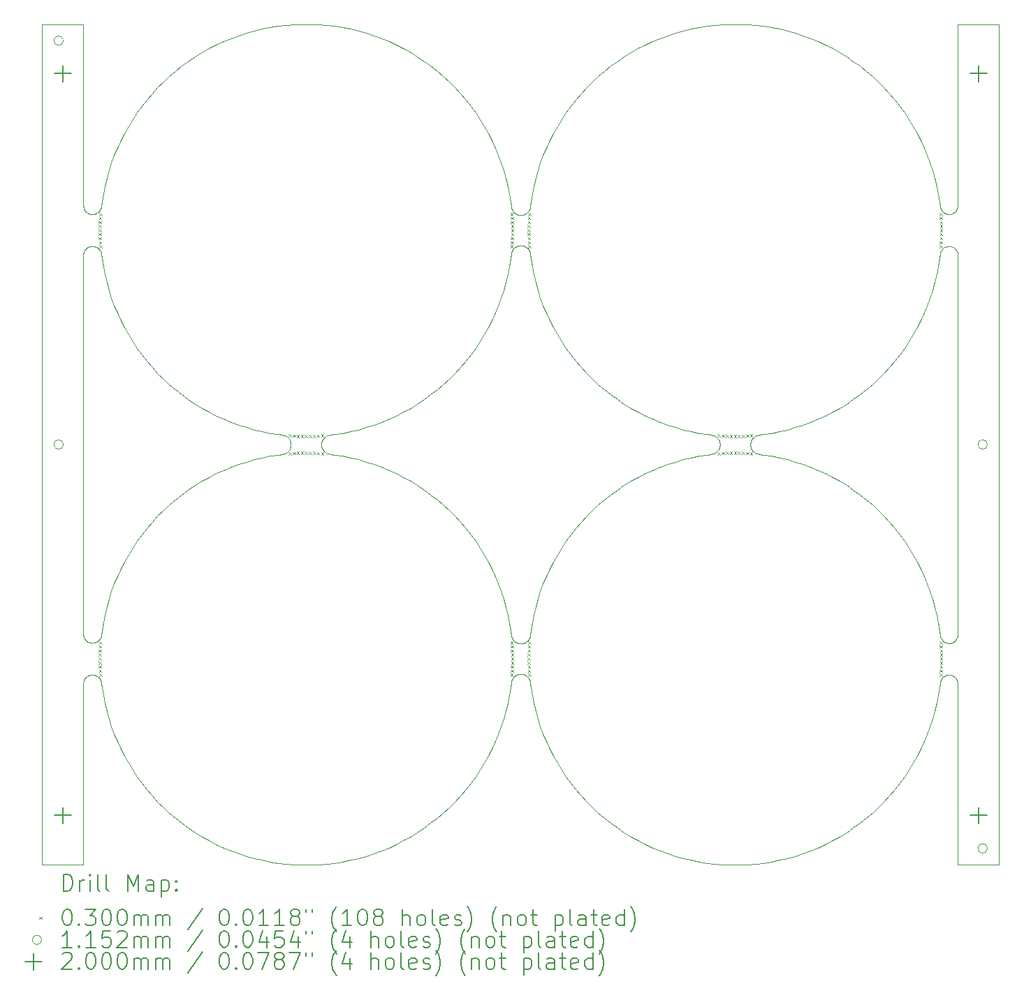
<source format=gbr>
%TF.GenerationSoftware,KiCad,Pcbnew,9.0.0*%
%TF.CreationDate,2025-02-27T10:20:10-06:00*%
%TF.ProjectId,reverse-panel,72657665-7273-4652-9d70-616e656c2e6b,rev?*%
%TF.SameCoordinates,Original*%
%TF.FileFunction,Drillmap*%
%TF.FilePolarity,Positive*%
%FSLAX45Y45*%
G04 Gerber Fmt 4.5, Leading zero omitted, Abs format (unit mm)*
G04 Created by KiCad (PCBNEW 9.0.0) date 2025-02-27 10:20:10*
%MOMM*%
%LPD*%
G01*
G04 APERTURE LIST*
%ADD10C,0.100000*%
%ADD11C,0.200000*%
%ADD12C,0.115200*%
G04 APERTURE END LIST*
D10*
X6660631Y-6868771D02*
X6732718Y-6802134D01*
X2366670Y-9999779D02*
X2382788Y-10005016D01*
X9975336Y-7688207D02*
X9988207Y-7675336D01*
X9568771Y-2581002D02*
X9474288Y-2607649D01*
X3735857Y-2843164D02*
X3652154Y-2894457D01*
X2513016Y-5274788D02*
X2507779Y-5258670D01*
X5911176Y-2671963D02*
X5819075Y-2637985D01*
X8539369Y-8331229D02*
X8467282Y-8397866D01*
X1800000Y-2500000D02*
X2300000Y-2500000D01*
X9664227Y-7441915D02*
X9760509Y-7461066D01*
X3006698Y-11708890D02*
X3067474Y-11785983D01*
X2302984Y-9925212D02*
X2308221Y-9941330D01*
X5819075Y-7362015D02*
X5911176Y-7328037D01*
X5535773Y-12641915D02*
X5631229Y-12618998D01*
X9988207Y-7524664D02*
X9975336Y-7511793D01*
X6178492Y-7204803D02*
X6264143Y-7156836D01*
X11464143Y-12356836D02*
X11547846Y-12305543D01*
X3339369Y-3131229D02*
X3267282Y-3197866D01*
X12356836Y-11464143D02*
X12404803Y-11378492D01*
X12892112Y-9942856D02*
X12897349Y-9926739D01*
X5439491Y-7461066D02*
X5535773Y-7441915D01*
X5184358Y-7590899D02*
X5184358Y-7609101D01*
X6508890Y-6993302D02*
X6585983Y-6932526D01*
X8148996Y-11629470D02*
X8206698Y-11708890D01*
X11019075Y-12562015D02*
X11111176Y-12528037D01*
X8397866Y-6732718D02*
X8467282Y-6802134D01*
X2515667Y-10491526D02*
X2513016Y-10474788D01*
X9021508Y-7204803D02*
X9108977Y-7249371D01*
X3652154Y-7105543D02*
X3735857Y-7156836D01*
X12721860Y-5217876D02*
X12709876Y-5229860D01*
X7837985Y-5819075D02*
X7871963Y-5911176D01*
X6178492Y-7995197D02*
X6091023Y-7950629D01*
X9998906Y-7660610D02*
X10007170Y-7644391D01*
X8852154Y-12305543D02*
X8935857Y-12356836D01*
X9944391Y-7707170D02*
X9960610Y-7698906D01*
X4950916Y-2500482D02*
X4852823Y-2504336D01*
X10542531Y-12676423D02*
X10639491Y-12661066D01*
X12884085Y-5243570D02*
X12874124Y-5229860D01*
X7712795Y-4727080D02*
X7715642Y-4709101D01*
X3067474Y-11785983D02*
X3131229Y-11860631D01*
X8331229Y-3339369D02*
X8267474Y-3414017D01*
X9380925Y-7837985D02*
X9288824Y-7871963D01*
X2433212Y-10394984D02*
X2416474Y-10392333D01*
X12449371Y-9108977D02*
X12404803Y-9021508D01*
X7484358Y-4708474D02*
X7476423Y-4657469D01*
X7707170Y-5255609D02*
X7698906Y-5239390D01*
X4744391Y-7492830D02*
X4727080Y-7487205D01*
X7871963Y-11111176D02*
X7909530Y-11201872D01*
X2416474Y-5192333D02*
X2399526Y-5192333D01*
X7590899Y-10384358D02*
X7572920Y-10387205D01*
X9927080Y-7712795D02*
X9944391Y-7707170D01*
X2382788Y-4805016D02*
X2399526Y-4807667D01*
X12874457Y-10431386D02*
X12862473Y-10419403D01*
X4775336Y-7688207D02*
X4788207Y-7675336D01*
X3908977Y-7249371D02*
X3998128Y-7290470D01*
X12709876Y-5229860D02*
X12699915Y-5243570D01*
X7660610Y-10401094D02*
X7644391Y-10392830D01*
X10831229Y-7418998D02*
X10925712Y-7392351D01*
X4180925Y-7837985D02*
X4088824Y-7871963D01*
X12884418Y-9957956D02*
X12892112Y-9942856D01*
X7688207Y-10424664D02*
X7675336Y-10411793D01*
X2637985Y-9380925D02*
X2607649Y-9474288D01*
X4760610Y-7501094D02*
X4744391Y-7492830D01*
X2558085Y-4464227D02*
X2538934Y-4560509D01*
X7418998Y-4368771D02*
X7392351Y-4274288D01*
X12684666Y-9910000D02*
X12687317Y-9926739D01*
X7950629Y-6091023D02*
X7995197Y-6178492D01*
X12356836Y-8935857D02*
X12305543Y-8852154D01*
X5439491Y-7738934D02*
X5342531Y-7723577D01*
X2302984Y-5274788D02*
X2300333Y-5291526D01*
X12132526Y-8614017D02*
X12068771Y-8539369D01*
X10735773Y-7758085D02*
X10639491Y-7738934D01*
X2315915Y-5243570D02*
X2308221Y-5258670D01*
X11464143Y-8043164D02*
X11378492Y-7995197D01*
X6429470Y-2948996D02*
X6347846Y-2894457D01*
X12002134Y-8467282D02*
X11932718Y-8397866D01*
X2351570Y-5207915D02*
X2337860Y-5217876D01*
X8935857Y-12356836D02*
X9021508Y-12404803D01*
X5631229Y-7781002D02*
X5535773Y-7758085D01*
X12767121Y-10006542D02*
X12783859Y-10009194D01*
X12676423Y-5342531D02*
X12684333Y-5291526D01*
X2433212Y-4805016D02*
X2449330Y-4799779D01*
X12305543Y-8852154D02*
X12251004Y-8770530D01*
X10639491Y-2538934D02*
X10542531Y-2523577D01*
X2843164Y-8935857D02*
X2795197Y-9021508D01*
X7590899Y-4815642D02*
X7609101Y-4815642D01*
X2337860Y-9982124D02*
X2351570Y-9992085D01*
X10015642Y-7609101D02*
X10015642Y-7590899D01*
X12490470Y-9198128D02*
X12449371Y-9108977D01*
X12002134Y-6732718D02*
X12068771Y-6660631D01*
X5192830Y-7644391D02*
X5201094Y-7660610D01*
X2308221Y-5258670D02*
X2302984Y-5274788D01*
X7105543Y-8852154D02*
X7051004Y-8770530D01*
X6347846Y-12305543D02*
X6429470Y-12251004D01*
X7328037Y-5911176D02*
X7362015Y-5819075D01*
X2671963Y-11111176D02*
X2709530Y-11201872D01*
X6001872Y-12490470D02*
X6091023Y-12449371D01*
X2302984Y-10474788D02*
X2300333Y-10491526D01*
X7807649Y-9474288D02*
X7781002Y-9568771D01*
X9954957Y-2512038D02*
X9857469Y-2523577D01*
X12132526Y-3414017D02*
X12068771Y-3339369D01*
X7707170Y-9944391D02*
X7712795Y-9927080D01*
X11464143Y-2843164D02*
X11378492Y-2795197D01*
X10542531Y-2523577D02*
X10445043Y-2512038D01*
X12618998Y-5631229D02*
X12641915Y-5535773D01*
X7644391Y-4807170D02*
X7660610Y-4798906D01*
X2449330Y-5200221D02*
X2433212Y-5194984D01*
X7105543Y-6347846D02*
X7156836Y-6264143D01*
X2325876Y-10429860D02*
X2315915Y-10443570D01*
X4368771Y-7418998D02*
X4464227Y-7441915D01*
X2894457Y-3652154D02*
X2843164Y-3735857D01*
X7950629Y-11291023D02*
X7995197Y-11378492D01*
X12490470Y-11201872D02*
X12528037Y-11111176D01*
X9760509Y-7738934D02*
X9664227Y-7758085D01*
X2607649Y-9474288D02*
X2581002Y-9568771D01*
X12002134Y-11932718D02*
X12068771Y-11860631D01*
X5224664Y-7511793D02*
X5211793Y-7524664D01*
X8043164Y-6264143D02*
X8094457Y-6347846D01*
X12751003Y-10001305D02*
X12767121Y-10006542D01*
X8043164Y-11464143D02*
X8094457Y-11547846D01*
X3197866Y-8467282D02*
X3131229Y-8539369D01*
X7249371Y-11291023D02*
X7290470Y-11201872D01*
X11860631Y-3131229D02*
X11785983Y-3067474D01*
X2449330Y-4799779D02*
X2464430Y-4792085D01*
X11201872Y-2709530D02*
X11111176Y-2671963D01*
X12676423Y-4657469D02*
X12661066Y-4560509D01*
X7461066Y-10639491D02*
X7476423Y-10542531D01*
X8539369Y-12068771D02*
X8614017Y-12132526D01*
X7688207Y-4775336D02*
X7698906Y-4760610D01*
X2538934Y-5439491D02*
X2558085Y-5535773D01*
X2523577Y-4657469D02*
X2515667Y-4708474D01*
X9998906Y-7539390D02*
X9988207Y-7524664D01*
X7501094Y-5239390D02*
X7492830Y-5255609D01*
X8691110Y-12193302D02*
X8770530Y-12251004D01*
X8539369Y-6868771D02*
X8614017Y-6932526D01*
X6802134Y-8467282D02*
X6732718Y-8397866D01*
X12490470Y-3998128D02*
X12449371Y-3908977D01*
X4727080Y-7487205D02*
X4709101Y-7484358D01*
X5911176Y-7871963D02*
X5819075Y-7837985D01*
X2523577Y-9857469D02*
X2515667Y-9908474D01*
X3067474Y-8614017D02*
X3006698Y-8691110D01*
X7871963Y-9288824D02*
X7837985Y-9380925D01*
X7871963Y-5911176D02*
X7909530Y-6001872D01*
X12404803Y-6178492D02*
X12449371Y-6091023D01*
X2337860Y-5217876D02*
X2325876Y-5229860D01*
X12783859Y-10009194D02*
X12800806Y-10009194D01*
X6347846Y-8094457D02*
X6264143Y-8043164D01*
X5631229Y-2581002D02*
X5535773Y-2558085D01*
X7392351Y-10925712D02*
X7418998Y-10831229D01*
X2843164Y-6264143D02*
X2894457Y-6347846D01*
X7524664Y-4788207D02*
X7539390Y-4798906D01*
X7492830Y-10455609D02*
X7487205Y-10472920D01*
X2449330Y-10400221D02*
X2433212Y-10394984D01*
X7511793Y-9975336D02*
X7524664Y-9988207D01*
X7501094Y-4760610D02*
X7511793Y-4775336D01*
X2325876Y-5229860D02*
X2315915Y-5243570D01*
X7441915Y-4464227D02*
X7418998Y-4368771D01*
X12862140Y-4782124D02*
X12874124Y-4770140D01*
X7501094Y-10439390D02*
X7492830Y-10455609D01*
X2558085Y-9664227D02*
X2538934Y-9760509D01*
X12699915Y-4756430D02*
X12709876Y-4770140D01*
X5631229Y-12618998D02*
X5725712Y-12592351D01*
X3821508Y-2795197D02*
X3735857Y-2843164D01*
X7484358Y-9908474D02*
X7476423Y-9857469D01*
X5535773Y-2558085D02*
X5439491Y-2538934D01*
X12891779Y-4741330D02*
X12897016Y-4725212D01*
X7511793Y-5224664D02*
X7501094Y-5239390D01*
X12661066Y-10639491D02*
X12676423Y-10542531D01*
X8539369Y-3131229D02*
X8467282Y-3197866D01*
X9909101Y-7715642D02*
X9927080Y-7712795D01*
X7675336Y-4788207D02*
X7688207Y-4775336D01*
X2581002Y-9568771D02*
X2558085Y-9664227D01*
X12800806Y-10393859D02*
X12783859Y-10393859D01*
X3267282Y-8397866D02*
X3197866Y-8467282D01*
X6508890Y-3006698D02*
X6429470Y-2948996D01*
X12592351Y-4274288D02*
X12562015Y-4180925D01*
X12676423Y-9857469D02*
X12661066Y-9760509D01*
X12899667Y-5291526D02*
X12897016Y-5274788D01*
X7715642Y-10490899D02*
X7712795Y-10472920D01*
X3414017Y-8267474D02*
X3339369Y-8331229D01*
X8614017Y-3067474D02*
X8539369Y-3131229D01*
X7328037Y-9288824D02*
X7290470Y-9198128D01*
X3570530Y-7051004D02*
X3652154Y-7105543D01*
X12449371Y-3908977D02*
X12404803Y-3821508D01*
X10384358Y-7590899D02*
X10384358Y-7609101D01*
X5147177Y-12695664D02*
X5245043Y-12687962D01*
X7539390Y-10401094D02*
X7524664Y-10411793D01*
X10401094Y-7539390D02*
X10392830Y-7555609D01*
X12766788Y-4805016D02*
X12783526Y-4807667D01*
X7698906Y-10439390D02*
X7688207Y-10424664D01*
X8094457Y-3652154D02*
X8043164Y-3735857D01*
X2581002Y-5631229D02*
X2607649Y-5725712D01*
X3998128Y-7290470D02*
X4088824Y-7328037D01*
X5184358Y-7609101D02*
X5187205Y-7627080D01*
X10542531Y-7476423D02*
X10639491Y-7461066D01*
X8852154Y-2894457D02*
X8770530Y-2948996D01*
X2558085Y-10735773D02*
X2581002Y-10831229D01*
X5342531Y-7723577D02*
X5290899Y-7715642D01*
X12766788Y-5194984D02*
X12750670Y-5200221D01*
X11629470Y-7051004D02*
X11708890Y-6993302D01*
X12562015Y-9380925D02*
X12528037Y-9288824D01*
X6802134Y-3267282D02*
X6732718Y-3197866D01*
X8206698Y-6508890D02*
X8267474Y-6585983D01*
X5049084Y-2500482D02*
X4950916Y-2500482D01*
X12404803Y-9021508D02*
X12356836Y-8935857D01*
X7627080Y-10387205D02*
X7609101Y-10384358D01*
X2558085Y-5535773D02*
X2581002Y-5631229D01*
X4812795Y-7572920D02*
X4807170Y-7555609D01*
X10925712Y-7807649D02*
X10831229Y-7781002D01*
X7688207Y-5224664D02*
X7675336Y-5211793D01*
X12193302Y-3491110D02*
X12132526Y-3414017D01*
X7909530Y-11201872D02*
X7950629Y-11291023D01*
X4657469Y-7476423D02*
X4709101Y-7484358D01*
X7738934Y-10639491D02*
X7758085Y-10735773D01*
X12900000Y-2500000D02*
X12900000Y-4708474D01*
X9664227Y-12641915D02*
X9760509Y-12661066D01*
X7715642Y-5290899D02*
X7712795Y-5272920D01*
X7712795Y-9927080D02*
X7715642Y-9909101D01*
X10392830Y-7644391D02*
X10401094Y-7660610D01*
X11932718Y-8397866D02*
X11860631Y-8331229D01*
X6932526Y-11785983D02*
X6993302Y-11708890D01*
X5290899Y-7484358D02*
X5342531Y-7476423D01*
X7660610Y-5201094D02*
X7644391Y-5192830D01*
X12002134Y-3267282D02*
X11932718Y-3197866D01*
X2433212Y-10005016D02*
X2449330Y-9999779D01*
X12699915Y-5243570D02*
X12692221Y-5258670D01*
X10012795Y-7627080D02*
X10015642Y-7609101D01*
X2399526Y-5192333D02*
X2382788Y-5194984D01*
X12884418Y-10445097D02*
X12874457Y-10431386D01*
X12710209Y-9971667D02*
X12722192Y-9983650D01*
X7555609Y-4807170D02*
X7572920Y-4812795D01*
X3735857Y-12356836D02*
X3821508Y-12404803D01*
X7807649Y-5725712D02*
X7837985Y-5819075D01*
X8467282Y-3197866D02*
X8397866Y-3267282D01*
X10424664Y-7511793D02*
X10411793Y-7524664D01*
X12750670Y-4799779D02*
X12766788Y-4805016D01*
X12251004Y-6429470D02*
X12305543Y-6347846D01*
X2843164Y-11464143D02*
X2894457Y-11547846D01*
X9108977Y-2750629D02*
X9021508Y-2795197D01*
X9288824Y-2671963D02*
X9198128Y-2709530D01*
X2500085Y-10443570D02*
X2490124Y-10429860D01*
X2366670Y-5200221D02*
X2351570Y-5207915D01*
X5342531Y-2523577D02*
X5245043Y-2512038D01*
X2523577Y-5342531D02*
X2538934Y-5439491D01*
X3491110Y-12193302D02*
X3570530Y-12251004D01*
X7156836Y-6264143D02*
X7204803Y-6178492D01*
X12897349Y-10476314D02*
X12892112Y-10460197D01*
X7441915Y-9664227D02*
X7418998Y-9568771D01*
X10490899Y-7484358D02*
X10472920Y-7487205D01*
X10472920Y-7712795D02*
X10490899Y-7715642D01*
X7362015Y-4180925D02*
X7328037Y-4088824D01*
X9108977Y-12449371D02*
X9198128Y-12490470D01*
X12641915Y-5535773D02*
X12661066Y-5439491D01*
X4744391Y-7707170D02*
X4760610Y-7698906D01*
X6868771Y-6660631D02*
X6932526Y-6585983D01*
X12897016Y-5274788D02*
X12891779Y-5258670D01*
X7572920Y-4812795D02*
X7590899Y-4815642D01*
X2795197Y-6178492D02*
X2843164Y-6264143D01*
X4088824Y-7328037D02*
X4180925Y-7362015D01*
X12800474Y-4807667D02*
X12817212Y-4805016D01*
X12068771Y-8539369D02*
X12002134Y-8467282D01*
X7524664Y-9988207D02*
X7539390Y-9998906D01*
X2416474Y-4807667D02*
X2433212Y-4805016D01*
X12692554Y-9942856D02*
X12700248Y-9957956D01*
X3652154Y-8094457D02*
X3570530Y-8148996D01*
X7105543Y-3652154D02*
X7051004Y-3570530D01*
X2366670Y-10400221D02*
X2351570Y-10407915D01*
X9568771Y-12618998D02*
X9664227Y-12641915D01*
X12684333Y-4708474D02*
X12676423Y-4657469D01*
X7461066Y-4560509D02*
X7441915Y-4464227D01*
X11291023Y-7249371D02*
X11378492Y-7204803D01*
X12692221Y-4741330D02*
X12699915Y-4756430D01*
X10150916Y-12699518D02*
X10249084Y-12699518D01*
X5192830Y-7555609D02*
X5187205Y-7572920D01*
X9857469Y-7476423D02*
X9909101Y-7484358D01*
X7995197Y-11378492D02*
X8043164Y-11464143D01*
X4088824Y-7871963D02*
X3998128Y-7909530D01*
X10831229Y-12618998D02*
X10925712Y-12592351D01*
X7995197Y-6178492D02*
X8043164Y-6264143D01*
X7723577Y-5342531D02*
X7738934Y-5439491D01*
X5272920Y-7712795D02*
X5290899Y-7715642D01*
X7627080Y-5187205D02*
X7609101Y-5184358D01*
X7644391Y-10392830D02*
X7627080Y-10387205D01*
X11464143Y-7156836D02*
X11547846Y-7105543D01*
X11785983Y-12132526D02*
X11860631Y-12068771D01*
X12661066Y-4560509D02*
X12641915Y-4464227D01*
X3652154Y-2894457D02*
X3570530Y-2948996D01*
X7715642Y-10493053D02*
X7723577Y-10542531D01*
X7555609Y-10392830D02*
X7539390Y-10401094D01*
X12449371Y-6091023D02*
X12490470Y-6001872D01*
X12700248Y-10445097D02*
X12692554Y-10460197D01*
X4464227Y-7441915D02*
X4560509Y-7461066D01*
X9944391Y-7492830D02*
X9927080Y-7487205D01*
X7204803Y-6178492D02*
X7249371Y-6091023D01*
X5239390Y-7501094D02*
X5224664Y-7511793D01*
X2478140Y-5217876D02*
X2464430Y-5207915D01*
X7290470Y-9198128D02*
X7249371Y-9108977D01*
X3652154Y-12305543D02*
X3735857Y-12356836D01*
X10411793Y-7675336D02*
X10424664Y-7688207D01*
X5049084Y-12699518D02*
X5147177Y-12695664D01*
X7476423Y-4657469D02*
X7461066Y-4560509D01*
X11708890Y-6993302D02*
X11785983Y-6932526D01*
X7738934Y-4560509D02*
X7723577Y-4657469D01*
X10455609Y-7492830D02*
X10439390Y-7501094D01*
X11547846Y-8094457D02*
X11464143Y-8043164D01*
X12193302Y-11708890D02*
X12251004Y-11629470D01*
X2449330Y-9999779D02*
X2464430Y-9992085D01*
X8852154Y-8094457D02*
X8770530Y-8148996D01*
X7609101Y-4815642D02*
X7627080Y-4812795D01*
X7909530Y-6001872D02*
X7950629Y-6091023D01*
X9108977Y-7249371D02*
X9198128Y-7290470D01*
X8397866Y-11932718D02*
X8467282Y-12002134D01*
X12900000Y-10493053D02*
X12897349Y-10476314D01*
X12833330Y-5200221D02*
X12817212Y-5194984D01*
X6264143Y-8043164D02*
X6178492Y-7995197D01*
X10639491Y-12661066D02*
X10735773Y-12641915D01*
X7572920Y-10012795D02*
X7590899Y-10015642D01*
X6660631Y-12068771D02*
X6732718Y-12002134D01*
X8094457Y-8852154D02*
X8043164Y-8935857D01*
X6001872Y-2709530D02*
X5911176Y-2671963D01*
X11111176Y-7871963D02*
X11019075Y-7837985D01*
X7738934Y-9760509D02*
X7723577Y-9857469D01*
X7539390Y-4798906D02*
X7555609Y-4807170D01*
X7712795Y-5272920D02*
X7707170Y-5255609D01*
X7204803Y-3821508D02*
X7156836Y-3735857D01*
X4368771Y-2581002D02*
X4274288Y-2607649D01*
X2581002Y-10831229D02*
X2607649Y-10925712D01*
X12735570Y-5207915D02*
X12721860Y-5217876D01*
X4852823Y-2504336D02*
X4754957Y-2512038D01*
X5211793Y-7675336D02*
X5224664Y-7688207D01*
X12528037Y-11111176D02*
X12562015Y-11019075D01*
X9021508Y-2795197D02*
X8935857Y-2843164D01*
X6091023Y-2750629D02*
X6001872Y-2709530D01*
X7758085Y-5535773D02*
X7781002Y-5631229D01*
X2325876Y-4770140D02*
X2337860Y-4782124D01*
X7487205Y-5272920D02*
X7484358Y-5290899D01*
X2351570Y-10407915D02*
X2337860Y-10417876D01*
X3414017Y-12132526D02*
X3491110Y-12193302D01*
X6091023Y-7950629D02*
X6001872Y-7909530D01*
X11860631Y-12068771D02*
X11932718Y-12002134D01*
X12251004Y-8770530D02*
X12193302Y-8691110D01*
X8614017Y-8267474D02*
X8539369Y-8331229D01*
X6585983Y-6932526D02*
X6660631Y-6868771D01*
X11111176Y-12528037D02*
X11201872Y-12490470D01*
X5819075Y-2637985D02*
X5725712Y-2607649D01*
X9474288Y-2607649D02*
X9380925Y-2637985D01*
X7461066Y-5439491D02*
X7476423Y-5342531D01*
X2315915Y-9956430D02*
X2325876Y-9970140D01*
X8331229Y-8539369D02*
X8267474Y-8614017D01*
X3267282Y-6802134D02*
X3339369Y-6868771D01*
X10439390Y-7698906D02*
X10455609Y-7707170D01*
X8852154Y-7105543D02*
X8935857Y-7156836D01*
X3821508Y-7995197D02*
X3735857Y-8043164D01*
X7698906Y-4760610D02*
X7707170Y-4744391D01*
X8770530Y-2948996D02*
X8691110Y-3006698D01*
X2416474Y-10007667D02*
X2433212Y-10005016D01*
X11291023Y-12449371D02*
X11378492Y-12404803D01*
X12562015Y-4180925D02*
X12528037Y-4088824D01*
X8148996Y-6429470D02*
X8206698Y-6508890D01*
X4950916Y-12699518D02*
X5049084Y-12699518D01*
X6347846Y-2894457D02*
X6264143Y-2843164D01*
X4812795Y-7627080D02*
X4815642Y-7609101D01*
X8770530Y-7051004D02*
X8852154Y-7105543D01*
X7871963Y-4088824D02*
X7837985Y-4180925D01*
X11201872Y-12490470D02*
X11291023Y-12449371D01*
X7698906Y-9960610D02*
X7707170Y-9944391D01*
X12686984Y-4725212D02*
X12692221Y-4741330D01*
X4754957Y-12687962D02*
X4852823Y-12695664D01*
X8397866Y-8467282D02*
X8331229Y-8539369D01*
X11019075Y-2637985D02*
X10925712Y-2607649D01*
X2894457Y-6347846D02*
X2948996Y-6429470D01*
X11785983Y-3067474D02*
X11708890Y-3006698D01*
X9568771Y-7418998D02*
X9664227Y-7441915D01*
X12528037Y-4088824D02*
X12490470Y-3998128D01*
X2490124Y-5229860D02*
X2478140Y-5217876D01*
X3908977Y-2750629D02*
X3821508Y-2795197D01*
X2490124Y-4770140D02*
X2500085Y-4756430D01*
X12641915Y-4464227D02*
X12618998Y-4368771D01*
X9288824Y-7328037D02*
X9380925Y-7362015D01*
X10455609Y-7707170D02*
X10472920Y-7712795D01*
X12356836Y-3735857D02*
X12305543Y-3652154D01*
X4560509Y-12661066D02*
X4657469Y-12676423D01*
X12833330Y-4799779D02*
X12848430Y-4792085D01*
X12817212Y-4805016D02*
X12833330Y-4799779D01*
X12892112Y-10460197D02*
X12884418Y-10445097D01*
X10012795Y-7572920D02*
X10007170Y-7555609D01*
X6660631Y-3131229D02*
X6585983Y-3067474D01*
X7249371Y-6091023D02*
X7290470Y-6001872D01*
X12528037Y-9288824D02*
X12490470Y-9198128D01*
X2300000Y-5291526D02*
X2300000Y-9908474D01*
X12783526Y-4807667D02*
X12800474Y-4807667D01*
X2894457Y-11547846D02*
X2948996Y-11629470D01*
X3131229Y-3339369D02*
X3067474Y-3414017D01*
X2507779Y-4741330D02*
X2513016Y-4725212D01*
X11201872Y-7290470D02*
X11291023Y-7249371D01*
X4368771Y-12618998D02*
X4464227Y-12641915D01*
X4088824Y-2671963D02*
X3998128Y-2709530D01*
X7051004Y-3570530D02*
X6993302Y-3491110D01*
X4727080Y-7712795D02*
X4744391Y-7707170D01*
X6932526Y-3414017D02*
X6868771Y-3339369D01*
X12722192Y-10419403D02*
X12710209Y-10431386D01*
X2337860Y-4782124D02*
X2351570Y-4792085D01*
X7461066Y-9760509D02*
X7441915Y-9664227D01*
X10401094Y-7660610D02*
X10411793Y-7675336D01*
X7572920Y-10387205D02*
X7555609Y-10392830D01*
X2300000Y-2500000D02*
X2300000Y-4708474D01*
X4657469Y-7723577D02*
X4560509Y-7738934D01*
X2382788Y-10005016D02*
X2399526Y-10007667D01*
X4368771Y-7781002D02*
X4274288Y-7807649D01*
X12618998Y-10831229D02*
X12641915Y-10735773D01*
X4815642Y-7609101D02*
X4815642Y-7590899D01*
X2750629Y-11291023D02*
X2795197Y-11378492D01*
X6264143Y-12356836D02*
X6347846Y-12305543D01*
X6732718Y-3197866D02*
X6660631Y-3131229D01*
X3998128Y-7909530D02*
X3908977Y-7950629D01*
X5224664Y-7688207D02*
X5239390Y-7698906D01*
X11860631Y-8331229D02*
X11785983Y-8267474D01*
X12722192Y-9983650D02*
X12735903Y-9993612D01*
X2948996Y-6429470D02*
X3006698Y-6508890D01*
X7555609Y-5192830D02*
X7539390Y-5201094D01*
X12751003Y-10401747D02*
X12735903Y-10409441D01*
X12848763Y-9993612D02*
X12862473Y-9983650D01*
X6993302Y-11708890D02*
X7051004Y-11629470D01*
X8691110Y-6993302D02*
X8770530Y-7051004D01*
X5187205Y-7627080D02*
X5192830Y-7644391D01*
X4560509Y-2538934D02*
X4464227Y-2558085D01*
X7487205Y-4727080D02*
X7492830Y-4744391D01*
X12251004Y-3570530D02*
X12193302Y-3491110D01*
X12709876Y-4770140D02*
X12721860Y-4782124D01*
X9664227Y-2558085D02*
X9568771Y-2581002D01*
X7362015Y-5819075D02*
X7392351Y-5725712D01*
X13400000Y-2500000D02*
X13400000Y-12700000D01*
X7051004Y-11629470D02*
X7105543Y-11547846D01*
X6264143Y-7156836D02*
X6347846Y-7105543D01*
X2507779Y-5258670D02*
X2500085Y-5243570D01*
X7715642Y-5291526D02*
X7723577Y-5342531D01*
X3131229Y-6660631D02*
X3197866Y-6732718D01*
X5239390Y-7698906D02*
X5255609Y-7707170D01*
X12862473Y-10419403D02*
X12848763Y-10409441D01*
X5439491Y-2538934D02*
X5342531Y-2523577D01*
X2325876Y-9970140D02*
X2337860Y-9982124D01*
X6347846Y-7105543D02*
X6429470Y-7051004D01*
X12068771Y-11860631D02*
X12132526Y-11785983D01*
X2478140Y-10417876D02*
X2464430Y-10407915D01*
X8267474Y-3414017D02*
X8206698Y-3491110D01*
X3339369Y-8331229D02*
X3267282Y-8397866D01*
X7392351Y-5725712D02*
X7418998Y-5631229D01*
X7476423Y-10542531D02*
X7484358Y-10493053D01*
X7590899Y-5184358D02*
X7572920Y-5187205D01*
X4709101Y-7715642D02*
X4727080Y-7712795D01*
X2490124Y-9970140D02*
X2500085Y-9956430D01*
X2607649Y-4274288D02*
X2581002Y-4368771D01*
X6429470Y-7051004D02*
X6508890Y-6993302D01*
X4560509Y-7461066D02*
X4657469Y-7476423D01*
X5535773Y-7758085D02*
X5439491Y-7738934D01*
X12735903Y-9993612D02*
X12751003Y-10001305D01*
X3339369Y-6868771D02*
X3414017Y-6932526D01*
X8691110Y-3006698D02*
X8614017Y-3067474D01*
X10831229Y-2581002D02*
X10735773Y-2558085D01*
X6585983Y-8267474D02*
X6508890Y-8206698D01*
X2490124Y-10429860D02*
X2478140Y-10417876D01*
X2750629Y-6091023D02*
X2795197Y-6178492D01*
X7644391Y-5192830D02*
X7627080Y-5187205D01*
X6585983Y-12132526D02*
X6660631Y-12068771D01*
X7204803Y-11378492D02*
X7249371Y-11291023D01*
X10007170Y-7555609D02*
X9998906Y-7539390D01*
X10347177Y-2504336D02*
X10249084Y-2500482D01*
X9198128Y-7909530D02*
X9108977Y-7950629D01*
X11629470Y-12251004D02*
X11708890Y-12193302D01*
X12661066Y-5439491D02*
X12676423Y-5342531D01*
X2433212Y-5194984D02*
X2416474Y-5192333D01*
X8267474Y-8614017D02*
X8206698Y-8691110D01*
X9474288Y-7392351D02*
X9568771Y-7418998D01*
X4754957Y-2512038D02*
X4657469Y-2523577D01*
X7995197Y-9021508D02*
X7950629Y-9108977D01*
X3131229Y-11860631D02*
X3197866Y-11932718D01*
X11547846Y-12305543D02*
X11629470Y-12251004D01*
X12884085Y-4756430D02*
X12891779Y-4741330D01*
X7051004Y-8770530D02*
X6993302Y-8691110D01*
X2500085Y-5243570D02*
X2490124Y-5229860D01*
X6001872Y-7909530D02*
X5911176Y-7871963D01*
X11378492Y-7204803D02*
X11464143Y-7156836D01*
X6868771Y-11860631D02*
X6932526Y-11785983D01*
X7539390Y-9998906D02*
X7555609Y-10007170D01*
X7524664Y-10411793D02*
X7511793Y-10424664D01*
X7572920Y-5187205D02*
X7555609Y-5192830D01*
X4657469Y-12676423D02*
X4754957Y-12687962D01*
X11860631Y-6868771D02*
X11932718Y-6802134D01*
X2507779Y-9941330D02*
X2513016Y-9925212D01*
X7609101Y-10384358D02*
X7590899Y-10384358D01*
X2399526Y-10007667D02*
X2416474Y-10007667D01*
X2351570Y-4792085D02*
X2366670Y-4799779D01*
X12528037Y-5911176D02*
X12562015Y-5819075D01*
X9198128Y-12490470D02*
X9288824Y-12528037D01*
X11708890Y-8206698D02*
X11629470Y-8148996D01*
X5819075Y-7837985D02*
X5725712Y-7807649D01*
X12592351Y-10925712D02*
X12618998Y-10831229D01*
X2795197Y-3821508D02*
X2750629Y-3908977D01*
X7487205Y-10472920D02*
X7484358Y-10490899D01*
X9474288Y-12592351D02*
X9568771Y-12618998D01*
X10735773Y-12641915D02*
X10831229Y-12618998D01*
X10472920Y-7487205D02*
X10455609Y-7492830D01*
X6264143Y-2843164D02*
X6178492Y-2795197D01*
X4807170Y-7644391D02*
X4812795Y-7627080D01*
X4180925Y-2637985D02*
X4088824Y-2671963D01*
X8267474Y-6585983D02*
X8331229Y-6660631D01*
X12404803Y-11378492D02*
X12449371Y-11291023D01*
X3821508Y-12404803D02*
X3908977Y-12449371D01*
X7609101Y-5184358D02*
X7590899Y-5184358D01*
X7492830Y-5255609D02*
X7487205Y-5272920D01*
X7156836Y-11464143D02*
X7204803Y-11378492D01*
X10392830Y-7555609D02*
X10387205Y-7572920D01*
X9198128Y-7290470D02*
X9288824Y-7328037D01*
X4815642Y-7590899D02*
X4812795Y-7572920D01*
X10445043Y-12687962D02*
X10542531Y-12676423D01*
X8935857Y-2843164D02*
X8852154Y-2894457D01*
X5245043Y-12687962D02*
X5342531Y-12676423D01*
X11291023Y-2750629D02*
X11201872Y-2709530D01*
X2750629Y-9108977D02*
X2709530Y-9198128D01*
X6091023Y-7249371D02*
X6178492Y-7204803D01*
X7492830Y-4744391D02*
X7501094Y-4760610D01*
X12684333Y-9908474D02*
X12676423Y-9857469D01*
X10052823Y-2504336D02*
X9954957Y-2512038D01*
X7290470Y-6001872D02*
X7328037Y-5911176D01*
X2300000Y-12700000D02*
X1800000Y-12700000D01*
X6585983Y-3067474D02*
X6508890Y-3006698D01*
X12900000Y-2500000D02*
X13400000Y-2500000D01*
X3006698Y-8691110D02*
X2948996Y-8770530D01*
X2948996Y-8770530D02*
X2894457Y-8852154D01*
X5187205Y-7572920D02*
X5184358Y-7590899D01*
X12700248Y-9957956D02*
X12710209Y-9971667D01*
X5290899Y-7484358D02*
X5272920Y-7487205D01*
X10439390Y-7501094D02*
X10424664Y-7511793D01*
X2637985Y-5819075D02*
X2671963Y-5911176D01*
X10015642Y-7590899D02*
X10012795Y-7572920D01*
X8467282Y-6802134D02*
X8539369Y-6868771D01*
X12900000Y-5291526D02*
X12900000Y-9908474D01*
X8094457Y-11547846D02*
X8148996Y-11629470D01*
X12193302Y-6508890D02*
X12251004Y-6429470D01*
X7511793Y-10424664D02*
X7501094Y-10439390D01*
X2843164Y-3735857D02*
X2795197Y-3821508D01*
X9954957Y-12687962D02*
X10052823Y-12695664D01*
X9380925Y-7362015D02*
X9474288Y-7392351D01*
X7723577Y-9857469D02*
X7715642Y-9908474D01*
X4560509Y-7738934D02*
X4464227Y-7758085D01*
X11932718Y-6802134D02*
X12002134Y-6732718D01*
X5911176Y-7328037D02*
X6001872Y-7290470D01*
X12750670Y-5200221D02*
X12735570Y-5207915D01*
X6732718Y-12002134D02*
X6802134Y-11932718D01*
X12783859Y-10393859D02*
X12767121Y-10396510D01*
X9108977Y-7950629D02*
X9021508Y-7995197D01*
X7712795Y-10472920D02*
X7707170Y-10455609D01*
X7688207Y-9975336D02*
X7698906Y-9960610D01*
X2478140Y-4782124D02*
X2490124Y-4770140D01*
X10490899Y-7484358D02*
X10542531Y-7476423D01*
X9288824Y-12528037D02*
X9380925Y-12562015D01*
X7392351Y-9474288D02*
X7362015Y-9380925D01*
X12562015Y-11019075D02*
X12592351Y-10925712D01*
X2515667Y-10493053D02*
X2523577Y-10542531D01*
X12767121Y-10396510D02*
X12751003Y-10401747D01*
X11378492Y-7995197D02*
X11291023Y-7950629D01*
X12692554Y-10460197D02*
X12687317Y-10476314D01*
X12687317Y-10476314D02*
X12684666Y-10493053D01*
X3197866Y-3267282D02*
X3131229Y-3339369D01*
X9988207Y-7675336D02*
X9998906Y-7660610D01*
X2709530Y-6001872D02*
X2750629Y-6091023D01*
X11708890Y-3006698D02*
X11629470Y-2948996D01*
X11378492Y-12404803D02*
X11464143Y-12356836D01*
X8770530Y-12251004D02*
X8852154Y-12305543D01*
X12356836Y-6264143D02*
X12404803Y-6178492D01*
X6429470Y-8148996D02*
X6347846Y-8094457D01*
X8043164Y-3735857D02*
X7995197Y-3821508D01*
X12592351Y-9474288D02*
X12562015Y-9380925D01*
X7555609Y-10007170D02*
X7572920Y-10012795D01*
X3197866Y-6732718D02*
X3267282Y-6802134D01*
X10925712Y-7392351D02*
X11019075Y-7362015D01*
X6868771Y-8539369D02*
X6802134Y-8467282D01*
X3414017Y-3067474D02*
X3339369Y-3131229D01*
X3006698Y-3491110D02*
X2948996Y-3570530D01*
X12833663Y-10401747D02*
X12817545Y-10396510D01*
X2464430Y-9992085D02*
X2478140Y-9982124D01*
X2300000Y-10491526D02*
X2300000Y-12700000D01*
X7644391Y-10007170D02*
X7660610Y-9998906D01*
X6660631Y-8331229D02*
X6585983Y-8267474D01*
X10411793Y-7524664D02*
X10401094Y-7539390D01*
X7418998Y-9568771D02*
X7392351Y-9474288D01*
X8094457Y-6347846D02*
X8148996Y-6429470D01*
X7758085Y-9664227D02*
X7738934Y-9760509D01*
X2507779Y-10458670D02*
X2500085Y-10443570D01*
X12862473Y-9983650D02*
X12874457Y-9971667D01*
X2538934Y-9760509D02*
X2523577Y-9857469D01*
X8935857Y-8043164D02*
X8852154Y-8094457D01*
X12721860Y-4782124D02*
X12735570Y-4792085D01*
X6993302Y-3491110D02*
X6932526Y-3414017D01*
X12592351Y-5725712D02*
X12618998Y-5631229D01*
X4657469Y-2523577D02*
X4560509Y-2538934D01*
X7627080Y-4812795D02*
X7644391Y-4807170D01*
X7707170Y-10455609D02*
X7698906Y-10439390D01*
X7781002Y-10831229D02*
X7807649Y-10925712D01*
X5725712Y-2607649D02*
X5631229Y-2581002D01*
X2671963Y-5911176D02*
X2709530Y-6001872D01*
X7476423Y-5342531D02*
X7484358Y-5291526D01*
X2607649Y-5725712D02*
X2637985Y-5819075D01*
X9960610Y-7698906D02*
X9975336Y-7688207D01*
X3491110Y-6993302D02*
X3570530Y-7051004D01*
X7675336Y-10411793D02*
X7660610Y-10401094D01*
X3998128Y-2709530D02*
X3908977Y-2750629D01*
X10925712Y-12592351D02*
X11019075Y-12562015D01*
X7539390Y-5201094D02*
X7524664Y-5211793D01*
X5342531Y-12676423D02*
X5439491Y-12661066D01*
X4788207Y-7524664D02*
X4775336Y-7511793D01*
X3735857Y-7156836D02*
X3821508Y-7204803D01*
X10249084Y-12699518D02*
X10347177Y-12695664D01*
X7492830Y-9944391D02*
X7501094Y-9960610D01*
X10925712Y-2607649D02*
X10831229Y-2581002D01*
X12449371Y-11291023D02*
X12490470Y-11201872D01*
X7758085Y-4464227D02*
X7738934Y-4560509D01*
X12641915Y-10735773D02*
X12661066Y-10639491D01*
X11291023Y-7950629D02*
X11201872Y-7909530D01*
X6932526Y-6585983D02*
X6993302Y-6508890D01*
X2795197Y-11378492D02*
X2843164Y-11464143D01*
X11629470Y-2948996D02*
X11547846Y-2894457D01*
X9857469Y-7723577D02*
X9760509Y-7738934D01*
X7249371Y-9108977D02*
X7204803Y-9021508D01*
X5725712Y-12592351D02*
X5819075Y-12562015D01*
X8148996Y-3570530D02*
X8094457Y-3652154D01*
X8267474Y-11785983D02*
X8331229Y-11860631D01*
X9927080Y-7487205D02*
X9909101Y-7484358D01*
X7781002Y-9568771D02*
X7758085Y-9664227D01*
X6802134Y-11932718D02*
X6868771Y-11860631D01*
X2500085Y-9956430D02*
X2507779Y-9941330D01*
X11111176Y-2671963D02*
X11019075Y-2637985D01*
X12687317Y-9926739D02*
X12692554Y-9942856D01*
X7484358Y-4709101D02*
X7487205Y-4727080D01*
X12676423Y-10542531D02*
X12684333Y-10493053D01*
X6802134Y-6732718D02*
X6868771Y-6660631D01*
X5535773Y-7441915D02*
X5631229Y-7418998D01*
X2315915Y-10443570D02*
X2308221Y-10458670D01*
X1800000Y-12700000D02*
X1800000Y-2500000D01*
X2671963Y-9288824D02*
X2637985Y-9380925D01*
X3908977Y-7950629D02*
X3821508Y-7995197D01*
X7995197Y-3821508D02*
X7950629Y-3908977D01*
X7484358Y-9909101D02*
X7487205Y-9927080D01*
X2308221Y-10458670D02*
X2302984Y-10474788D01*
X9760509Y-7461066D02*
X9857469Y-7476423D01*
X3998128Y-12490470D02*
X4088824Y-12528037D01*
X6508890Y-12193302D02*
X6585983Y-12132526D01*
X3197866Y-11932718D02*
X3267282Y-12002134D01*
X9760509Y-12661066D02*
X9857469Y-12676423D01*
X12251004Y-11629470D02*
X12305543Y-11547846D01*
X4274288Y-7392351D02*
X4368771Y-7418998D01*
X7807649Y-4274288D02*
X7781002Y-4368771D01*
X2500085Y-4756430D02*
X2507779Y-4741330D01*
X6868771Y-3339369D02*
X6802134Y-3267282D01*
X3570530Y-12251004D02*
X3652154Y-12305543D01*
X5211793Y-7524664D02*
X5201094Y-7539390D01*
X7328037Y-4088824D02*
X7290470Y-3998128D01*
X10424664Y-7688207D02*
X10439390Y-7698906D01*
X8614017Y-6932526D02*
X8691110Y-6993302D01*
X7290470Y-11201872D02*
X7328037Y-11111176D01*
X13400000Y-12700000D02*
X12900000Y-12700000D01*
X9021508Y-12404803D02*
X9108977Y-12449371D01*
X7105543Y-11547846D02*
X7156836Y-11464143D01*
X12068771Y-6660631D02*
X12132526Y-6585983D01*
X8467282Y-12002134D02*
X8539369Y-12068771D01*
X7156836Y-3735857D02*
X7105543Y-3652154D01*
X2515667Y-5291526D02*
X2513016Y-5274788D01*
X5272920Y-7487205D02*
X5255609Y-7492830D01*
X12800806Y-10009194D02*
X12817545Y-10006542D01*
X5631229Y-7418998D02*
X5725712Y-7392351D01*
X7698906Y-5239390D02*
X7688207Y-5224664D01*
X11932718Y-12002134D02*
X12002134Y-11932718D01*
X12900000Y-10491526D02*
X12900000Y-12700000D01*
X12641915Y-9664227D02*
X12618998Y-9568771D01*
X10735773Y-2558085D02*
X10639491Y-2538934D01*
X8397866Y-3267282D02*
X8331229Y-3339369D01*
X4464227Y-12641915D02*
X4560509Y-12661066D01*
X2637985Y-4180925D02*
X2607649Y-4274288D01*
X4807170Y-7555609D02*
X4798906Y-7539390D01*
X2515667Y-5291526D02*
X2523577Y-5342531D01*
X7590899Y-10015642D02*
X7609101Y-10015642D01*
X8206698Y-8691110D02*
X8148996Y-8770530D01*
X7362015Y-11019075D02*
X7392351Y-10925712D01*
X3067474Y-3414017D02*
X3006698Y-3491110D01*
X12874124Y-5229860D02*
X12862140Y-5217876D01*
X10007170Y-7644391D02*
X10012795Y-7627080D01*
X9198128Y-2709530D02*
X9108977Y-2750629D01*
X7362015Y-9380925D02*
X7328037Y-9288824D01*
X12305543Y-11547846D02*
X12356836Y-11464143D01*
X3570530Y-8148996D02*
X3491110Y-8206698D01*
X12735570Y-4792085D02*
X12750670Y-4799779D01*
X9909101Y-7715642D02*
X9857469Y-7723577D01*
X5819075Y-12562015D02*
X5911176Y-12528037D01*
X7524664Y-5211793D02*
X7511793Y-5224664D01*
X4760610Y-7698906D02*
X4775336Y-7688207D01*
X10387205Y-7627080D02*
X10392830Y-7644391D01*
X7418998Y-5631229D02*
X7441915Y-5535773D01*
X6429470Y-12251004D02*
X6508890Y-12193302D01*
X2709530Y-11201872D02*
X2750629Y-11291023D01*
X2302984Y-4725212D02*
X2308221Y-4741330D01*
X2399526Y-4807667D02*
X2416474Y-4807667D01*
X7950629Y-9108977D02*
X7909530Y-9198128D01*
X2538934Y-4560509D02*
X2523577Y-4657469D01*
X7476423Y-9857469D02*
X7461066Y-9760509D01*
X12132526Y-6585983D02*
X12193302Y-6508890D01*
X7441915Y-10735773D02*
X7461066Y-10639491D01*
X12874124Y-4770140D02*
X12884085Y-4756430D01*
X4180925Y-7362015D02*
X4274288Y-7392351D01*
X8148996Y-8770530D02*
X8094457Y-8852154D01*
X7609101Y-10015642D02*
X7627080Y-10012795D01*
X12661066Y-9760509D02*
X12641915Y-9664227D01*
X12684333Y-4708474D02*
X12686984Y-4725212D01*
X10249084Y-2500482D02*
X10150916Y-2500482D01*
X6993302Y-8691110D02*
X6932526Y-8614017D01*
X8043164Y-8935857D02*
X7995197Y-9021508D01*
X9380925Y-12562015D02*
X9474288Y-12592351D01*
X3414017Y-6932526D02*
X3491110Y-6993302D01*
X9021508Y-7995197D02*
X8935857Y-8043164D01*
X2894457Y-8852154D02*
X2843164Y-8935857D01*
X2513016Y-9925212D02*
X2515667Y-9908474D01*
X12618998Y-9568771D02*
X12592351Y-9474288D01*
X7501094Y-9960610D02*
X7511793Y-9975336D01*
X8206698Y-3491110D02*
X8148996Y-3570530D01*
X6508890Y-8206698D02*
X6429470Y-8148996D01*
X9857469Y-2523577D02*
X9760509Y-2538934D01*
X12800474Y-5192333D02*
X12783526Y-5192333D01*
X7328037Y-11111176D02*
X7362015Y-11019075D01*
X5245043Y-2512038D02*
X5147177Y-2504336D01*
X2513016Y-10474788D02*
X2507779Y-10458670D01*
X4815642Y-7590899D02*
X4815642Y-7590899D01*
X7249371Y-3908977D02*
X7204803Y-3821508D01*
X2416474Y-10392333D02*
X2399526Y-10392333D01*
X9474288Y-7807649D02*
X9380925Y-7837985D01*
X12817545Y-10006542D02*
X12833663Y-10001305D01*
X6001872Y-7290470D02*
X6091023Y-7249371D01*
X11378492Y-2795197D02*
X11291023Y-2750629D01*
X7204803Y-9021508D02*
X7156836Y-8935857D01*
X7723577Y-4657469D02*
X7715642Y-4708474D01*
X7418998Y-10831229D02*
X7441915Y-10735773D01*
X3339369Y-12068771D02*
X3414017Y-12132526D01*
X7627080Y-10012795D02*
X7644391Y-10007170D01*
X6178492Y-12404803D02*
X6264143Y-12356836D01*
X11547846Y-7105543D02*
X11629470Y-7051004D01*
X11629470Y-8148996D02*
X11547846Y-8094457D01*
X2464430Y-4792085D02*
X2478140Y-4782124D01*
X12692221Y-5258670D02*
X12686984Y-5274788D01*
X12618998Y-4368771D02*
X12592351Y-4274288D01*
X9288824Y-7871963D02*
X9198128Y-7909530D01*
X7675336Y-9988207D02*
X7688207Y-9975336D01*
X11785983Y-6932526D02*
X11860631Y-6868771D01*
X11019075Y-7837985D02*
X10925712Y-7807649D01*
X11785983Y-8267474D02*
X11708890Y-8206698D01*
X12783526Y-5192333D02*
X12766788Y-5194984D01*
X12874457Y-9971667D02*
X12884418Y-9957956D01*
X10639491Y-7461066D02*
X10735773Y-7441915D01*
X2315915Y-4756430D02*
X2325876Y-4770140D01*
X9664227Y-7758085D02*
X9568771Y-7781002D01*
X9960610Y-7501094D02*
X9944391Y-7492830D01*
X3491110Y-3006698D02*
X3414017Y-3067474D01*
X12305543Y-3652154D02*
X12251004Y-3570530D01*
X6732718Y-6802134D02*
X6802134Y-6732718D01*
X12686984Y-5274788D02*
X12684333Y-5291526D01*
X12817545Y-10396510D02*
X12800806Y-10393859D01*
X3267282Y-3197866D02*
X3197866Y-3267282D01*
X12848763Y-10409441D02*
X12833663Y-10401747D01*
X12862140Y-5217876D02*
X12848430Y-5207915D01*
X12891779Y-5258670D02*
X12884085Y-5243570D01*
X10015642Y-7590899D02*
X10015642Y-7590899D01*
X3006698Y-6508890D02*
X3067474Y-6585983D01*
X7781002Y-5631229D02*
X7807649Y-5725712D01*
X2478140Y-9982124D02*
X2490124Y-9970140D01*
X7051004Y-6429470D02*
X7105543Y-6347846D01*
X7723577Y-10542531D02*
X7738934Y-10639491D01*
X8206698Y-11708890D02*
X8267474Y-11785983D01*
X12193302Y-8691110D02*
X12132526Y-8614017D01*
X2513016Y-4725212D02*
X2515667Y-4708474D01*
X5201094Y-7539390D02*
X5192830Y-7555609D01*
X5439491Y-12661066D02*
X5535773Y-12641915D01*
X11111176Y-7328037D02*
X11201872Y-7290470D01*
X3570530Y-2948996D02*
X3491110Y-3006698D01*
X7807649Y-10925712D02*
X7837985Y-11019075D01*
X5911176Y-12528037D02*
X6001872Y-12490470D01*
X7707170Y-4744391D02*
X7712795Y-4727080D01*
X9380925Y-2637985D02*
X9288824Y-2671963D01*
X9568771Y-7781002D02*
X9474288Y-7807649D01*
X2709530Y-3998128D02*
X2671963Y-4088824D01*
X9760509Y-2538934D02*
X9664227Y-2558085D01*
X4088824Y-12528037D02*
X4180925Y-12562015D01*
X8935857Y-7156836D02*
X9021508Y-7204803D01*
X7738934Y-5439491D02*
X7758085Y-5535773D01*
X11932718Y-3197866D02*
X11860631Y-3131229D01*
X7511793Y-4775336D02*
X7524664Y-4788207D01*
X2382788Y-5194984D02*
X2366670Y-5200221D01*
X4775336Y-7511793D02*
X4760610Y-7501094D01*
X3067474Y-6585983D02*
X3131229Y-6660631D01*
X7675336Y-5211793D02*
X7660610Y-5201094D01*
X7392351Y-4274288D02*
X7362015Y-4180925D01*
X4274288Y-12592351D02*
X4368771Y-12618998D01*
X3735857Y-8043164D02*
X3652154Y-8094457D01*
X7290470Y-3998128D02*
X7249371Y-3908977D01*
X10639491Y-7738934D02*
X10542531Y-7723577D01*
X2308221Y-9941330D02*
X2315915Y-9956430D01*
X7660610Y-9998906D02*
X7675336Y-9988207D01*
X10445043Y-2512038D02*
X10347177Y-2504336D01*
X7950629Y-3908977D02*
X7909530Y-3998128D01*
X8691110Y-8206698D02*
X8614017Y-8267474D01*
X12848430Y-5207915D02*
X12833330Y-5200221D01*
X4798906Y-7539390D02*
X4788207Y-7524664D01*
X2464430Y-5207915D02*
X2449330Y-5200221D01*
X7909530Y-9198128D02*
X7871963Y-9288824D01*
X10347177Y-12695664D02*
X10445043Y-12687962D01*
X2300333Y-4708474D02*
X2302984Y-4725212D01*
X10542531Y-7723577D02*
X10490899Y-7715642D01*
X10052823Y-12695664D02*
X10150916Y-12699518D01*
X9975336Y-7511793D02*
X9960610Y-7501094D01*
X3908977Y-12449371D02*
X3998128Y-12490470D01*
X12068771Y-3339369D02*
X12002134Y-3267282D01*
X5201094Y-7660610D02*
X5211793Y-7675336D01*
X12735903Y-10409441D02*
X12722192Y-10419403D01*
X7837985Y-11019075D02*
X7871963Y-11111176D01*
X7758085Y-10735773D02*
X7781002Y-10831229D01*
X7156836Y-8935857D02*
X7105543Y-8852154D01*
X11201872Y-7909530D02*
X11111176Y-7871963D01*
X4852823Y-12695664D02*
X4950916Y-12699518D01*
X7660610Y-4798906D02*
X7675336Y-4788207D01*
X2948996Y-3570530D02*
X2894457Y-3652154D01*
X12848430Y-4792085D02*
X12862140Y-4782124D01*
X4798906Y-7660610D02*
X4807170Y-7644391D01*
X7837985Y-9380925D02*
X7807649Y-9474288D01*
X10387205Y-7572920D02*
X10384358Y-7590899D01*
X5725712Y-7807649D02*
X5631229Y-7781002D01*
X2637985Y-11019075D02*
X2671963Y-11111176D01*
X2399526Y-10392333D02*
X2382788Y-10394984D01*
X6732718Y-8397866D02*
X6660631Y-8331229D01*
X7487205Y-9927080D02*
X7492830Y-9944391D01*
X4274288Y-7807649D02*
X4180925Y-7837985D01*
X6091023Y-12449371D02*
X6178492Y-12404803D01*
X2581002Y-4368771D02*
X2558085Y-4464227D01*
X3267282Y-12002134D02*
X3339369Y-12068771D01*
X2351570Y-9992085D02*
X2366670Y-9999779D01*
X12833663Y-10001305D02*
X12848763Y-9993612D01*
X9857469Y-12676423D02*
X9954957Y-12687962D01*
X5725712Y-7392351D02*
X5819075Y-7362015D01*
X12305543Y-6347846D02*
X12356836Y-6264143D01*
X6993302Y-6508890D02*
X7051004Y-6429470D01*
X11708890Y-12193302D02*
X11785983Y-12132526D01*
X2464430Y-10407915D02*
X2449330Y-10400221D01*
X2366670Y-4799779D02*
X2382788Y-4805016D01*
X10384358Y-7609101D02*
X10387205Y-7627080D01*
X2308221Y-4741330D02*
X2315915Y-4756430D01*
X8770530Y-8148996D02*
X8691110Y-8206698D01*
X4464227Y-2558085D02*
X4368771Y-2581002D01*
X4180925Y-12562015D02*
X4274288Y-12592351D01*
X4788207Y-7675336D02*
X4798906Y-7660610D01*
X4709101Y-7715642D02*
X4657469Y-7723577D01*
X7441915Y-5535773D02*
X7461066Y-5439491D01*
X2337860Y-10417876D02*
X2325876Y-10429860D01*
X5255609Y-7707170D02*
X5272920Y-7712795D01*
X12710209Y-10431386D02*
X12700248Y-10445097D01*
X2709530Y-9198128D02*
X2671963Y-9288824D01*
X2300333Y-9908474D02*
X2302984Y-9925212D01*
X2538934Y-10639491D02*
X2558085Y-10735773D01*
X12490470Y-6001872D02*
X12528037Y-5911176D01*
X12562015Y-5819075D02*
X12592351Y-5725712D01*
X7837985Y-4180925D02*
X7807649Y-4274288D01*
X11019075Y-7362015D02*
X11111176Y-7328037D01*
X3821508Y-7204803D02*
X3908977Y-7249371D01*
X6932526Y-8614017D02*
X6868771Y-8539369D01*
X7781002Y-4368771D02*
X7758085Y-4464227D01*
X10735773Y-7441915D02*
X10831229Y-7418998D01*
X4274288Y-2607649D02*
X4180925Y-2637985D01*
X2948996Y-11629470D02*
X3006698Y-11708890D01*
X4464227Y-7758085D02*
X4368771Y-7781002D01*
X8467282Y-8397866D02*
X8397866Y-8467282D01*
X7909530Y-3998128D02*
X7871963Y-4088824D01*
X2607649Y-10925712D02*
X2637985Y-11019075D01*
X12897349Y-9926739D02*
X12900000Y-9910000D01*
X5342531Y-7476423D02*
X5439491Y-7461066D01*
X3131229Y-8539369D02*
X3067474Y-8614017D01*
X12817212Y-5194984D02*
X12800474Y-5192333D01*
X2671963Y-4088824D02*
X2637985Y-4180925D01*
X5255609Y-7492830D02*
X5239390Y-7501094D01*
X2523577Y-10542531D02*
X2538934Y-10639491D01*
X12404803Y-3821508D02*
X12356836Y-3735857D01*
X2382788Y-10394984D02*
X2366670Y-10400221D01*
X6178492Y-2795197D02*
X6091023Y-2750629D01*
X8331229Y-6660631D02*
X8397866Y-6732718D01*
X8331229Y-11860631D02*
X8397866Y-11932718D01*
X11547846Y-2894457D02*
X11464143Y-2843164D01*
X5147177Y-2504336D02*
X5049084Y-2500482D01*
X2795197Y-9021508D02*
X2750629Y-9108977D01*
X10150916Y-2500482D02*
X10052823Y-2504336D01*
X8614017Y-12132526D02*
X8691110Y-12193302D01*
X12132526Y-11785983D02*
X12193302Y-11708890D01*
X2750629Y-3908977D02*
X2709530Y-3998128D01*
X12897016Y-4725212D02*
X12899667Y-4708474D01*
X3491110Y-8206698D02*
X3414017Y-8267474D01*
X10831229Y-7781002D02*
X10735773Y-7758085D01*
D11*
D10*
X2485482Y-4935916D02*
X2515482Y-4965916D01*
X2515482Y-4935916D02*
X2485482Y-4965916D01*
X2485482Y-4985000D02*
X2515482Y-5015000D01*
X2515482Y-4985000D02*
X2485482Y-5015000D01*
X2485482Y-5034084D02*
X2515482Y-5064084D01*
X2515482Y-5034084D02*
X2485482Y-5064084D01*
X2485482Y-10135916D02*
X2515482Y-10165916D01*
X2515482Y-10135916D02*
X2485482Y-10165916D01*
X2485482Y-10185000D02*
X2515482Y-10215000D01*
X2515482Y-10185000D02*
X2485482Y-10215000D01*
X2485482Y-10234084D02*
X2515482Y-10264084D01*
X2515482Y-10234084D02*
X2485482Y-10264084D01*
X2487409Y-4886868D02*
X2517409Y-4916868D01*
X2517409Y-4886868D02*
X2487409Y-4916868D01*
X2487409Y-5083132D02*
X2517409Y-5113132D01*
X2517409Y-5083132D02*
X2487409Y-5113132D01*
X2487409Y-10086868D02*
X2517409Y-10116868D01*
X2517409Y-10086868D02*
X2487409Y-10116868D01*
X2487409Y-10283132D02*
X2517409Y-10313132D01*
X2517409Y-10283132D02*
X2487409Y-10313132D01*
X2489336Y-4837823D02*
X2519336Y-4867823D01*
X2519336Y-4837823D02*
X2489336Y-4867823D01*
X2489336Y-5132177D02*
X2519336Y-5162177D01*
X2519336Y-5132177D02*
X2489336Y-5162177D01*
X2489336Y-10037823D02*
X2519336Y-10067823D01*
X2519336Y-10037823D02*
X2489336Y-10067823D01*
X2489336Y-10332177D02*
X2519336Y-10362177D01*
X2519336Y-10332177D02*
X2489336Y-10362177D01*
X2493187Y-4788890D02*
X2523187Y-4818890D01*
X2523187Y-4788890D02*
X2493187Y-4818890D01*
X2493187Y-5181110D02*
X2523187Y-5211110D01*
X2523187Y-5181110D02*
X2493187Y-5211110D01*
X2493187Y-9988890D02*
X2523187Y-10018890D01*
X2523187Y-9988890D02*
X2493187Y-10018890D01*
X2493187Y-10381110D02*
X2523187Y-10411110D01*
X2523187Y-10381110D02*
X2493187Y-10411110D01*
X4788890Y-7476813D02*
X4818890Y-7506813D01*
X4818890Y-7476813D02*
X4788890Y-7506813D01*
X4788890Y-7693187D02*
X4818890Y-7723187D01*
X4818890Y-7693187D02*
X4788890Y-7723187D01*
X4837823Y-7480664D02*
X4867823Y-7510664D01*
X4867823Y-7480664D02*
X4837823Y-7510664D01*
X4837823Y-7689336D02*
X4867823Y-7719336D01*
X4867823Y-7689336D02*
X4837823Y-7719336D01*
X4886868Y-7687409D02*
X4916868Y-7717409D01*
X4916868Y-7687409D02*
X4886868Y-7717409D01*
X4886869Y-7482591D02*
X4916869Y-7512591D01*
X4916869Y-7482591D02*
X4886869Y-7512591D01*
X4935916Y-7484518D02*
X4965916Y-7514518D01*
X4965916Y-7484518D02*
X4935916Y-7514518D01*
X4935916Y-7685482D02*
X4965916Y-7715482D01*
X4965916Y-7685482D02*
X4935916Y-7715482D01*
X4985000Y-7484518D02*
X5015000Y-7514518D01*
X5015000Y-7484518D02*
X4985000Y-7514518D01*
X4985000Y-7685482D02*
X5015000Y-7715482D01*
X5015000Y-7685482D02*
X4985000Y-7715482D01*
X5034084Y-7484518D02*
X5064084Y-7514518D01*
X5064084Y-7484518D02*
X5034084Y-7514518D01*
X5034084Y-7685482D02*
X5064084Y-7715482D01*
X5064084Y-7685482D02*
X5034084Y-7715482D01*
X5083129Y-7482591D02*
X5113129Y-7512591D01*
X5113129Y-7482591D02*
X5083129Y-7512591D01*
X5083132Y-7687409D02*
X5113132Y-7717409D01*
X5113132Y-7687409D02*
X5083132Y-7717409D01*
X5132177Y-7480664D02*
X5162177Y-7510664D01*
X5162177Y-7480664D02*
X5132177Y-7510664D01*
X5132177Y-7689336D02*
X5162177Y-7719336D01*
X5162177Y-7689336D02*
X5132177Y-7719336D01*
X5181110Y-7693187D02*
X5211110Y-7723187D01*
X5211110Y-7693187D02*
X5181110Y-7723187D01*
X5181110Y-7476813D02*
X5211110Y-7506813D01*
X5211110Y-7476813D02*
X5181110Y-7506813D01*
X7476813Y-4788890D02*
X7506813Y-4818890D01*
X7506813Y-4788890D02*
X7476813Y-4818890D01*
X7476813Y-5181110D02*
X7506813Y-5211110D01*
X7506813Y-5181110D02*
X7476813Y-5211110D01*
X7476813Y-9988890D02*
X7506813Y-10018890D01*
X7506813Y-9988890D02*
X7476813Y-10018890D01*
X7476813Y-10381110D02*
X7506813Y-10411110D01*
X7506813Y-10381110D02*
X7476813Y-10411110D01*
X7480664Y-4837823D02*
X7510664Y-4867823D01*
X7510664Y-4837823D02*
X7480664Y-4867823D01*
X7480664Y-5132177D02*
X7510664Y-5162177D01*
X7510664Y-5132177D02*
X7480664Y-5162177D01*
X7480664Y-10037823D02*
X7510664Y-10067823D01*
X7510664Y-10037823D02*
X7480664Y-10067823D01*
X7480664Y-10332177D02*
X7510664Y-10362177D01*
X7510664Y-10332177D02*
X7480664Y-10362177D01*
X7482591Y-4886869D02*
X7512591Y-4916869D01*
X7512591Y-4886869D02*
X7482591Y-4916869D01*
X7482591Y-10086869D02*
X7512591Y-10116869D01*
X7512591Y-10086869D02*
X7482591Y-10116869D01*
X7482591Y-5083129D02*
X7512591Y-5113129D01*
X7512591Y-5083129D02*
X7482591Y-5113129D01*
X7482591Y-10283129D02*
X7512591Y-10313129D01*
X7512591Y-10283129D02*
X7482591Y-10313129D01*
X7484518Y-4935916D02*
X7514518Y-4965916D01*
X7514518Y-4935916D02*
X7484518Y-4965916D01*
X7484518Y-4985000D02*
X7514518Y-5015000D01*
X7514518Y-4985000D02*
X7484518Y-5015000D01*
X7484518Y-5034084D02*
X7514518Y-5064084D01*
X7514518Y-5034084D02*
X7484518Y-5064084D01*
X7484518Y-10135916D02*
X7514518Y-10165916D01*
X7514518Y-10135916D02*
X7484518Y-10165916D01*
X7484518Y-10185000D02*
X7514518Y-10215000D01*
X7514518Y-10185000D02*
X7484518Y-10215000D01*
X7484518Y-10234084D02*
X7514518Y-10264084D01*
X7514518Y-10234084D02*
X7484518Y-10264084D01*
X7685482Y-4935916D02*
X7715482Y-4965916D01*
X7715482Y-4935916D02*
X7685482Y-4965916D01*
X7685482Y-4985000D02*
X7715482Y-5015000D01*
X7715482Y-4985000D02*
X7685482Y-5015000D01*
X7685482Y-5034084D02*
X7715482Y-5064084D01*
X7715482Y-5034084D02*
X7685482Y-5064084D01*
X7685482Y-10135916D02*
X7715482Y-10165916D01*
X7715482Y-10135916D02*
X7685482Y-10165916D01*
X7685482Y-10185000D02*
X7715482Y-10215000D01*
X7715482Y-10185000D02*
X7685482Y-10215000D01*
X7685482Y-10234084D02*
X7715482Y-10264084D01*
X7715482Y-10234084D02*
X7685482Y-10264084D01*
X7687409Y-4886868D02*
X7717409Y-4916868D01*
X7717409Y-4886868D02*
X7687409Y-4916868D01*
X7687409Y-5083132D02*
X7717409Y-5113132D01*
X7717409Y-5083132D02*
X7687409Y-5113132D01*
X7687409Y-10086868D02*
X7717409Y-10116868D01*
X7717409Y-10086868D02*
X7687409Y-10116868D01*
X7687409Y-10283132D02*
X7717409Y-10313132D01*
X7717409Y-10283132D02*
X7687409Y-10313132D01*
X7689336Y-4837823D02*
X7719336Y-4867823D01*
X7719336Y-4837823D02*
X7689336Y-4867823D01*
X7689336Y-5132177D02*
X7719336Y-5162177D01*
X7719336Y-5132177D02*
X7689336Y-5162177D01*
X7689336Y-10037823D02*
X7719336Y-10067823D01*
X7719336Y-10037823D02*
X7689336Y-10067823D01*
X7689336Y-10332177D02*
X7719336Y-10362177D01*
X7719336Y-10332177D02*
X7689336Y-10362177D01*
X7693187Y-4788890D02*
X7723187Y-4818890D01*
X7723187Y-4788890D02*
X7693187Y-4818890D01*
X7693187Y-5181110D02*
X7723187Y-5211110D01*
X7723187Y-5181110D02*
X7693187Y-5211110D01*
X7693187Y-9988890D02*
X7723187Y-10018890D01*
X7723187Y-9988890D02*
X7693187Y-10018890D01*
X7693187Y-10381110D02*
X7723187Y-10411110D01*
X7723187Y-10381110D02*
X7693187Y-10411110D01*
X9988890Y-7476813D02*
X10018890Y-7506813D01*
X10018890Y-7476813D02*
X9988890Y-7506813D01*
X9988890Y-7693187D02*
X10018890Y-7723187D01*
X10018890Y-7693187D02*
X9988890Y-7723187D01*
X10037823Y-7480664D02*
X10067823Y-7510664D01*
X10067823Y-7480664D02*
X10037823Y-7510664D01*
X10037823Y-7689336D02*
X10067823Y-7719336D01*
X10067823Y-7689336D02*
X10037823Y-7719336D01*
X10086868Y-7687409D02*
X10116868Y-7717409D01*
X10116868Y-7687409D02*
X10086868Y-7717409D01*
X10086869Y-7482591D02*
X10116869Y-7512591D01*
X10116869Y-7482591D02*
X10086869Y-7512591D01*
X10135916Y-7484518D02*
X10165916Y-7514518D01*
X10165916Y-7484518D02*
X10135916Y-7514518D01*
X10135916Y-7685482D02*
X10165916Y-7715482D01*
X10165916Y-7685482D02*
X10135916Y-7715482D01*
X10185000Y-7484518D02*
X10215000Y-7514518D01*
X10215000Y-7484518D02*
X10185000Y-7514518D01*
X10185000Y-7685482D02*
X10215000Y-7715482D01*
X10215000Y-7685482D02*
X10185000Y-7715482D01*
X10234084Y-7484518D02*
X10264084Y-7514518D01*
X10264084Y-7484518D02*
X10234084Y-7514518D01*
X10234084Y-7685482D02*
X10264084Y-7715482D01*
X10264084Y-7685482D02*
X10234084Y-7715482D01*
X10283129Y-7482591D02*
X10313129Y-7512591D01*
X10313129Y-7482591D02*
X10283129Y-7512591D01*
X10283132Y-7687409D02*
X10313132Y-7717409D01*
X10313132Y-7687409D02*
X10283132Y-7717409D01*
X10332177Y-7480664D02*
X10362177Y-7510664D01*
X10362177Y-7480664D02*
X10332177Y-7510664D01*
X10332177Y-7689336D02*
X10362177Y-7719336D01*
X10362177Y-7689336D02*
X10332177Y-7719336D01*
X10381110Y-7693187D02*
X10411110Y-7723187D01*
X10411110Y-7693187D02*
X10381110Y-7723187D01*
X10381110Y-7476813D02*
X10411110Y-7506813D01*
X10411110Y-7476813D02*
X10381110Y-7506813D01*
X12676813Y-4788890D02*
X12706813Y-4818890D01*
X12706813Y-4788890D02*
X12676813Y-4818890D01*
X12676813Y-5181110D02*
X12706813Y-5211110D01*
X12706813Y-5181110D02*
X12676813Y-5211110D01*
X12676813Y-9988890D02*
X12706813Y-10018890D01*
X12706813Y-9988890D02*
X12676813Y-10018890D01*
X12676813Y-10381110D02*
X12706813Y-10411110D01*
X12706813Y-10381110D02*
X12676813Y-10411110D01*
X12680664Y-4837823D02*
X12710664Y-4867823D01*
X12710664Y-4837823D02*
X12680664Y-4867823D01*
X12680664Y-5132177D02*
X12710664Y-5162177D01*
X12710664Y-5132177D02*
X12680664Y-5162177D01*
X12680664Y-10037823D02*
X12710664Y-10067823D01*
X12710664Y-10037823D02*
X12680664Y-10067823D01*
X12680664Y-10332177D02*
X12710664Y-10362177D01*
X12710664Y-10332177D02*
X12680664Y-10362177D01*
X12682591Y-4886869D02*
X12712591Y-4916869D01*
X12712591Y-4886869D02*
X12682591Y-4916869D01*
X12682591Y-10086869D02*
X12712591Y-10116869D01*
X12712591Y-10086869D02*
X12682591Y-10116869D01*
X12682591Y-5083129D02*
X12712591Y-5113129D01*
X12712591Y-5083129D02*
X12682591Y-5113129D01*
X12682591Y-10283129D02*
X12712591Y-10313129D01*
X12712591Y-10283129D02*
X12682591Y-10313129D01*
X12684518Y-4935916D02*
X12714518Y-4965916D01*
X12714518Y-4935916D02*
X12684518Y-4965916D01*
X12684518Y-4985000D02*
X12714518Y-5015000D01*
X12714518Y-4985000D02*
X12684518Y-5015000D01*
X12684518Y-5034084D02*
X12714518Y-5064084D01*
X12714518Y-5034084D02*
X12684518Y-5064084D01*
X12684518Y-10135916D02*
X12714518Y-10165916D01*
X12714518Y-10135916D02*
X12684518Y-10165916D01*
X12684518Y-10185000D02*
X12714518Y-10215000D01*
X12714518Y-10185000D02*
X12684518Y-10215000D01*
X12684518Y-10234084D02*
X12714518Y-10264084D01*
X12714518Y-10234084D02*
X12684518Y-10264084D01*
D12*
X2057600Y-2700000D02*
G75*
G02*
X1942400Y-2700000I-57600J0D01*
G01*
X1942400Y-2700000D02*
G75*
G02*
X2057600Y-2700000I57600J0D01*
G01*
X2057600Y-7600000D02*
G75*
G02*
X1942400Y-7600000I-57600J0D01*
G01*
X1942400Y-7600000D02*
G75*
G02*
X2057600Y-7600000I57600J0D01*
G01*
X13257600Y-7600000D02*
G75*
G02*
X13142400Y-7600000I-57600J0D01*
G01*
X13142400Y-7600000D02*
G75*
G02*
X13257600Y-7600000I57600J0D01*
G01*
X13257600Y-12500000D02*
G75*
G02*
X13142400Y-12500000I-57600J0D01*
G01*
X13142400Y-12500000D02*
G75*
G02*
X13257600Y-12500000I57600J0D01*
G01*
D11*
X2050000Y-3000000D02*
X2050000Y-3200000D01*
X1950000Y-3100000D02*
X2150000Y-3100000D01*
X2050000Y-12000000D02*
X2050000Y-12200000D01*
X1950000Y-12100000D02*
X2150000Y-12100000D01*
X13150000Y-3000000D02*
X13150000Y-3200000D01*
X13050000Y-3100000D02*
X13250000Y-3100000D01*
X13150000Y-12000000D02*
X13150000Y-12200000D01*
X13050000Y-12100000D02*
X13250000Y-12100000D01*
X2055777Y-13016484D02*
X2055777Y-12816484D01*
X2055777Y-12816484D02*
X2103396Y-12816484D01*
X2103396Y-12816484D02*
X2131967Y-12826008D01*
X2131967Y-12826008D02*
X2151015Y-12845055D01*
X2151015Y-12845055D02*
X2160539Y-12864103D01*
X2160539Y-12864103D02*
X2170063Y-12902198D01*
X2170063Y-12902198D02*
X2170063Y-12930769D01*
X2170063Y-12930769D02*
X2160539Y-12968865D01*
X2160539Y-12968865D02*
X2151015Y-12987912D01*
X2151015Y-12987912D02*
X2131967Y-13006960D01*
X2131967Y-13006960D02*
X2103396Y-13016484D01*
X2103396Y-13016484D02*
X2055777Y-13016484D01*
X2255777Y-13016484D02*
X2255777Y-12883150D01*
X2255777Y-12921246D02*
X2265301Y-12902198D01*
X2265301Y-12902198D02*
X2274824Y-12892674D01*
X2274824Y-12892674D02*
X2293872Y-12883150D01*
X2293872Y-12883150D02*
X2312920Y-12883150D01*
X2379586Y-13016484D02*
X2379586Y-12883150D01*
X2379586Y-12816484D02*
X2370063Y-12826008D01*
X2370063Y-12826008D02*
X2379586Y-12835531D01*
X2379586Y-12835531D02*
X2389110Y-12826008D01*
X2389110Y-12826008D02*
X2379586Y-12816484D01*
X2379586Y-12816484D02*
X2379586Y-12835531D01*
X2503396Y-13016484D02*
X2484348Y-13006960D01*
X2484348Y-13006960D02*
X2474824Y-12987912D01*
X2474824Y-12987912D02*
X2474824Y-12816484D01*
X2608158Y-13016484D02*
X2589110Y-13006960D01*
X2589110Y-13006960D02*
X2579586Y-12987912D01*
X2579586Y-12987912D02*
X2579586Y-12816484D01*
X2836729Y-13016484D02*
X2836729Y-12816484D01*
X2836729Y-12816484D02*
X2903396Y-12959341D01*
X2903396Y-12959341D02*
X2970062Y-12816484D01*
X2970062Y-12816484D02*
X2970062Y-13016484D01*
X3151015Y-13016484D02*
X3151015Y-12911722D01*
X3151015Y-12911722D02*
X3141491Y-12892674D01*
X3141491Y-12892674D02*
X3122443Y-12883150D01*
X3122443Y-12883150D02*
X3084348Y-12883150D01*
X3084348Y-12883150D02*
X3065301Y-12892674D01*
X3151015Y-13006960D02*
X3131967Y-13016484D01*
X3131967Y-13016484D02*
X3084348Y-13016484D01*
X3084348Y-13016484D02*
X3065301Y-13006960D01*
X3065301Y-13006960D02*
X3055777Y-12987912D01*
X3055777Y-12987912D02*
X3055777Y-12968865D01*
X3055777Y-12968865D02*
X3065301Y-12949817D01*
X3065301Y-12949817D02*
X3084348Y-12940293D01*
X3084348Y-12940293D02*
X3131967Y-12940293D01*
X3131967Y-12940293D02*
X3151015Y-12930769D01*
X3246253Y-12883150D02*
X3246253Y-13083150D01*
X3246253Y-12892674D02*
X3265301Y-12883150D01*
X3265301Y-12883150D02*
X3303396Y-12883150D01*
X3303396Y-12883150D02*
X3322443Y-12892674D01*
X3322443Y-12892674D02*
X3331967Y-12902198D01*
X3331967Y-12902198D02*
X3341491Y-12921246D01*
X3341491Y-12921246D02*
X3341491Y-12978388D01*
X3341491Y-12978388D02*
X3331967Y-12997436D01*
X3331967Y-12997436D02*
X3322443Y-13006960D01*
X3322443Y-13006960D02*
X3303396Y-13016484D01*
X3303396Y-13016484D02*
X3265301Y-13016484D01*
X3265301Y-13016484D02*
X3246253Y-13006960D01*
X3427205Y-12997436D02*
X3436729Y-13006960D01*
X3436729Y-13006960D02*
X3427205Y-13016484D01*
X3427205Y-13016484D02*
X3417682Y-13006960D01*
X3417682Y-13006960D02*
X3427205Y-12997436D01*
X3427205Y-12997436D02*
X3427205Y-13016484D01*
X3427205Y-12892674D02*
X3436729Y-12902198D01*
X3436729Y-12902198D02*
X3427205Y-12911722D01*
X3427205Y-12911722D02*
X3417682Y-12902198D01*
X3417682Y-12902198D02*
X3427205Y-12892674D01*
X3427205Y-12892674D02*
X3427205Y-12911722D01*
D10*
X1765000Y-13330000D02*
X1795000Y-13360000D01*
X1795000Y-13330000D02*
X1765000Y-13360000D01*
D11*
X2093872Y-13236484D02*
X2112920Y-13236484D01*
X2112920Y-13236484D02*
X2131967Y-13246008D01*
X2131967Y-13246008D02*
X2141491Y-13255531D01*
X2141491Y-13255531D02*
X2151015Y-13274579D01*
X2151015Y-13274579D02*
X2160539Y-13312674D01*
X2160539Y-13312674D02*
X2160539Y-13360293D01*
X2160539Y-13360293D02*
X2151015Y-13398388D01*
X2151015Y-13398388D02*
X2141491Y-13417436D01*
X2141491Y-13417436D02*
X2131967Y-13426960D01*
X2131967Y-13426960D02*
X2112920Y-13436484D01*
X2112920Y-13436484D02*
X2093872Y-13436484D01*
X2093872Y-13436484D02*
X2074824Y-13426960D01*
X2074824Y-13426960D02*
X2065301Y-13417436D01*
X2065301Y-13417436D02*
X2055777Y-13398388D01*
X2055777Y-13398388D02*
X2046253Y-13360293D01*
X2046253Y-13360293D02*
X2046253Y-13312674D01*
X2046253Y-13312674D02*
X2055777Y-13274579D01*
X2055777Y-13274579D02*
X2065301Y-13255531D01*
X2065301Y-13255531D02*
X2074824Y-13246008D01*
X2074824Y-13246008D02*
X2093872Y-13236484D01*
X2246253Y-13417436D02*
X2255777Y-13426960D01*
X2255777Y-13426960D02*
X2246253Y-13436484D01*
X2246253Y-13436484D02*
X2236729Y-13426960D01*
X2236729Y-13426960D02*
X2246253Y-13417436D01*
X2246253Y-13417436D02*
X2246253Y-13436484D01*
X2322444Y-13236484D02*
X2446253Y-13236484D01*
X2446253Y-13236484D02*
X2379586Y-13312674D01*
X2379586Y-13312674D02*
X2408158Y-13312674D01*
X2408158Y-13312674D02*
X2427205Y-13322198D01*
X2427205Y-13322198D02*
X2436729Y-13331722D01*
X2436729Y-13331722D02*
X2446253Y-13350769D01*
X2446253Y-13350769D02*
X2446253Y-13398388D01*
X2446253Y-13398388D02*
X2436729Y-13417436D01*
X2436729Y-13417436D02*
X2427205Y-13426960D01*
X2427205Y-13426960D02*
X2408158Y-13436484D01*
X2408158Y-13436484D02*
X2351015Y-13436484D01*
X2351015Y-13436484D02*
X2331967Y-13426960D01*
X2331967Y-13426960D02*
X2322444Y-13417436D01*
X2570063Y-13236484D02*
X2589110Y-13236484D01*
X2589110Y-13236484D02*
X2608158Y-13246008D01*
X2608158Y-13246008D02*
X2617682Y-13255531D01*
X2617682Y-13255531D02*
X2627205Y-13274579D01*
X2627205Y-13274579D02*
X2636729Y-13312674D01*
X2636729Y-13312674D02*
X2636729Y-13360293D01*
X2636729Y-13360293D02*
X2627205Y-13398388D01*
X2627205Y-13398388D02*
X2617682Y-13417436D01*
X2617682Y-13417436D02*
X2608158Y-13426960D01*
X2608158Y-13426960D02*
X2589110Y-13436484D01*
X2589110Y-13436484D02*
X2570063Y-13436484D01*
X2570063Y-13436484D02*
X2551015Y-13426960D01*
X2551015Y-13426960D02*
X2541491Y-13417436D01*
X2541491Y-13417436D02*
X2531967Y-13398388D01*
X2531967Y-13398388D02*
X2522444Y-13360293D01*
X2522444Y-13360293D02*
X2522444Y-13312674D01*
X2522444Y-13312674D02*
X2531967Y-13274579D01*
X2531967Y-13274579D02*
X2541491Y-13255531D01*
X2541491Y-13255531D02*
X2551015Y-13246008D01*
X2551015Y-13246008D02*
X2570063Y-13236484D01*
X2760539Y-13236484D02*
X2779586Y-13236484D01*
X2779586Y-13236484D02*
X2798634Y-13246008D01*
X2798634Y-13246008D02*
X2808158Y-13255531D01*
X2808158Y-13255531D02*
X2817682Y-13274579D01*
X2817682Y-13274579D02*
X2827205Y-13312674D01*
X2827205Y-13312674D02*
X2827205Y-13360293D01*
X2827205Y-13360293D02*
X2817682Y-13398388D01*
X2817682Y-13398388D02*
X2808158Y-13417436D01*
X2808158Y-13417436D02*
X2798634Y-13426960D01*
X2798634Y-13426960D02*
X2779586Y-13436484D01*
X2779586Y-13436484D02*
X2760539Y-13436484D01*
X2760539Y-13436484D02*
X2741491Y-13426960D01*
X2741491Y-13426960D02*
X2731967Y-13417436D01*
X2731967Y-13417436D02*
X2722444Y-13398388D01*
X2722444Y-13398388D02*
X2712920Y-13360293D01*
X2712920Y-13360293D02*
X2712920Y-13312674D01*
X2712920Y-13312674D02*
X2722444Y-13274579D01*
X2722444Y-13274579D02*
X2731967Y-13255531D01*
X2731967Y-13255531D02*
X2741491Y-13246008D01*
X2741491Y-13246008D02*
X2760539Y-13236484D01*
X2912920Y-13436484D02*
X2912920Y-13303150D01*
X2912920Y-13322198D02*
X2922443Y-13312674D01*
X2922443Y-13312674D02*
X2941491Y-13303150D01*
X2941491Y-13303150D02*
X2970063Y-13303150D01*
X2970063Y-13303150D02*
X2989110Y-13312674D01*
X2989110Y-13312674D02*
X2998634Y-13331722D01*
X2998634Y-13331722D02*
X2998634Y-13436484D01*
X2998634Y-13331722D02*
X3008158Y-13312674D01*
X3008158Y-13312674D02*
X3027205Y-13303150D01*
X3027205Y-13303150D02*
X3055777Y-13303150D01*
X3055777Y-13303150D02*
X3074824Y-13312674D01*
X3074824Y-13312674D02*
X3084348Y-13331722D01*
X3084348Y-13331722D02*
X3084348Y-13436484D01*
X3179586Y-13436484D02*
X3179586Y-13303150D01*
X3179586Y-13322198D02*
X3189110Y-13312674D01*
X3189110Y-13312674D02*
X3208158Y-13303150D01*
X3208158Y-13303150D02*
X3236729Y-13303150D01*
X3236729Y-13303150D02*
X3255777Y-13312674D01*
X3255777Y-13312674D02*
X3265301Y-13331722D01*
X3265301Y-13331722D02*
X3265301Y-13436484D01*
X3265301Y-13331722D02*
X3274824Y-13312674D01*
X3274824Y-13312674D02*
X3293872Y-13303150D01*
X3293872Y-13303150D02*
X3322443Y-13303150D01*
X3322443Y-13303150D02*
X3341491Y-13312674D01*
X3341491Y-13312674D02*
X3351015Y-13331722D01*
X3351015Y-13331722D02*
X3351015Y-13436484D01*
X3741491Y-13226960D02*
X3570063Y-13484103D01*
X3998634Y-13236484D02*
X4017682Y-13236484D01*
X4017682Y-13236484D02*
X4036729Y-13246008D01*
X4036729Y-13246008D02*
X4046253Y-13255531D01*
X4046253Y-13255531D02*
X4055777Y-13274579D01*
X4055777Y-13274579D02*
X4065301Y-13312674D01*
X4065301Y-13312674D02*
X4065301Y-13360293D01*
X4065301Y-13360293D02*
X4055777Y-13398388D01*
X4055777Y-13398388D02*
X4046253Y-13417436D01*
X4046253Y-13417436D02*
X4036729Y-13426960D01*
X4036729Y-13426960D02*
X4017682Y-13436484D01*
X4017682Y-13436484D02*
X3998634Y-13436484D01*
X3998634Y-13436484D02*
X3979586Y-13426960D01*
X3979586Y-13426960D02*
X3970063Y-13417436D01*
X3970063Y-13417436D02*
X3960539Y-13398388D01*
X3960539Y-13398388D02*
X3951015Y-13360293D01*
X3951015Y-13360293D02*
X3951015Y-13312674D01*
X3951015Y-13312674D02*
X3960539Y-13274579D01*
X3960539Y-13274579D02*
X3970063Y-13255531D01*
X3970063Y-13255531D02*
X3979586Y-13246008D01*
X3979586Y-13246008D02*
X3998634Y-13236484D01*
X4151015Y-13417436D02*
X4160539Y-13426960D01*
X4160539Y-13426960D02*
X4151015Y-13436484D01*
X4151015Y-13436484D02*
X4141491Y-13426960D01*
X4141491Y-13426960D02*
X4151015Y-13417436D01*
X4151015Y-13417436D02*
X4151015Y-13436484D01*
X4284348Y-13236484D02*
X4303396Y-13236484D01*
X4303396Y-13236484D02*
X4322444Y-13246008D01*
X4322444Y-13246008D02*
X4331968Y-13255531D01*
X4331968Y-13255531D02*
X4341491Y-13274579D01*
X4341491Y-13274579D02*
X4351015Y-13312674D01*
X4351015Y-13312674D02*
X4351015Y-13360293D01*
X4351015Y-13360293D02*
X4341491Y-13398388D01*
X4341491Y-13398388D02*
X4331968Y-13417436D01*
X4331968Y-13417436D02*
X4322444Y-13426960D01*
X4322444Y-13426960D02*
X4303396Y-13436484D01*
X4303396Y-13436484D02*
X4284348Y-13436484D01*
X4284348Y-13436484D02*
X4265301Y-13426960D01*
X4265301Y-13426960D02*
X4255777Y-13417436D01*
X4255777Y-13417436D02*
X4246253Y-13398388D01*
X4246253Y-13398388D02*
X4236729Y-13360293D01*
X4236729Y-13360293D02*
X4236729Y-13312674D01*
X4236729Y-13312674D02*
X4246253Y-13274579D01*
X4246253Y-13274579D02*
X4255777Y-13255531D01*
X4255777Y-13255531D02*
X4265301Y-13246008D01*
X4265301Y-13246008D02*
X4284348Y-13236484D01*
X4541491Y-13436484D02*
X4427206Y-13436484D01*
X4484348Y-13436484D02*
X4484348Y-13236484D01*
X4484348Y-13236484D02*
X4465301Y-13265055D01*
X4465301Y-13265055D02*
X4446253Y-13284103D01*
X4446253Y-13284103D02*
X4427206Y-13293627D01*
X4731968Y-13436484D02*
X4617682Y-13436484D01*
X4674825Y-13436484D02*
X4674825Y-13236484D01*
X4674825Y-13236484D02*
X4655777Y-13265055D01*
X4655777Y-13265055D02*
X4636729Y-13284103D01*
X4636729Y-13284103D02*
X4617682Y-13293627D01*
X4846253Y-13322198D02*
X4827206Y-13312674D01*
X4827206Y-13312674D02*
X4817682Y-13303150D01*
X4817682Y-13303150D02*
X4808158Y-13284103D01*
X4808158Y-13284103D02*
X4808158Y-13274579D01*
X4808158Y-13274579D02*
X4817682Y-13255531D01*
X4817682Y-13255531D02*
X4827206Y-13246008D01*
X4827206Y-13246008D02*
X4846253Y-13236484D01*
X4846253Y-13236484D02*
X4884349Y-13236484D01*
X4884349Y-13236484D02*
X4903396Y-13246008D01*
X4903396Y-13246008D02*
X4912920Y-13255531D01*
X4912920Y-13255531D02*
X4922444Y-13274579D01*
X4922444Y-13274579D02*
X4922444Y-13284103D01*
X4922444Y-13284103D02*
X4912920Y-13303150D01*
X4912920Y-13303150D02*
X4903396Y-13312674D01*
X4903396Y-13312674D02*
X4884349Y-13322198D01*
X4884349Y-13322198D02*
X4846253Y-13322198D01*
X4846253Y-13322198D02*
X4827206Y-13331722D01*
X4827206Y-13331722D02*
X4817682Y-13341246D01*
X4817682Y-13341246D02*
X4808158Y-13360293D01*
X4808158Y-13360293D02*
X4808158Y-13398388D01*
X4808158Y-13398388D02*
X4817682Y-13417436D01*
X4817682Y-13417436D02*
X4827206Y-13426960D01*
X4827206Y-13426960D02*
X4846253Y-13436484D01*
X4846253Y-13436484D02*
X4884349Y-13436484D01*
X4884349Y-13436484D02*
X4903396Y-13426960D01*
X4903396Y-13426960D02*
X4912920Y-13417436D01*
X4912920Y-13417436D02*
X4922444Y-13398388D01*
X4922444Y-13398388D02*
X4922444Y-13360293D01*
X4922444Y-13360293D02*
X4912920Y-13341246D01*
X4912920Y-13341246D02*
X4903396Y-13331722D01*
X4903396Y-13331722D02*
X4884349Y-13322198D01*
X4998634Y-13236484D02*
X4998634Y-13274579D01*
X5074825Y-13236484D02*
X5074825Y-13274579D01*
X5370063Y-13512674D02*
X5360539Y-13503150D01*
X5360539Y-13503150D02*
X5341491Y-13474579D01*
X5341491Y-13474579D02*
X5331968Y-13455531D01*
X5331968Y-13455531D02*
X5322444Y-13426960D01*
X5322444Y-13426960D02*
X5312920Y-13379341D01*
X5312920Y-13379341D02*
X5312920Y-13341246D01*
X5312920Y-13341246D02*
X5322444Y-13293627D01*
X5322444Y-13293627D02*
X5331968Y-13265055D01*
X5331968Y-13265055D02*
X5341491Y-13246008D01*
X5341491Y-13246008D02*
X5360539Y-13217436D01*
X5360539Y-13217436D02*
X5370063Y-13207912D01*
X5551015Y-13436484D02*
X5436730Y-13436484D01*
X5493872Y-13436484D02*
X5493872Y-13236484D01*
X5493872Y-13236484D02*
X5474825Y-13265055D01*
X5474825Y-13265055D02*
X5455777Y-13284103D01*
X5455777Y-13284103D02*
X5436730Y-13293627D01*
X5674825Y-13236484D02*
X5693872Y-13236484D01*
X5693872Y-13236484D02*
X5712920Y-13246008D01*
X5712920Y-13246008D02*
X5722444Y-13255531D01*
X5722444Y-13255531D02*
X5731968Y-13274579D01*
X5731968Y-13274579D02*
X5741491Y-13312674D01*
X5741491Y-13312674D02*
X5741491Y-13360293D01*
X5741491Y-13360293D02*
X5731968Y-13398388D01*
X5731968Y-13398388D02*
X5722444Y-13417436D01*
X5722444Y-13417436D02*
X5712920Y-13426960D01*
X5712920Y-13426960D02*
X5693872Y-13436484D01*
X5693872Y-13436484D02*
X5674825Y-13436484D01*
X5674825Y-13436484D02*
X5655777Y-13426960D01*
X5655777Y-13426960D02*
X5646253Y-13417436D01*
X5646253Y-13417436D02*
X5636729Y-13398388D01*
X5636729Y-13398388D02*
X5627206Y-13360293D01*
X5627206Y-13360293D02*
X5627206Y-13312674D01*
X5627206Y-13312674D02*
X5636729Y-13274579D01*
X5636729Y-13274579D02*
X5646253Y-13255531D01*
X5646253Y-13255531D02*
X5655777Y-13246008D01*
X5655777Y-13246008D02*
X5674825Y-13236484D01*
X5855777Y-13322198D02*
X5836729Y-13312674D01*
X5836729Y-13312674D02*
X5827206Y-13303150D01*
X5827206Y-13303150D02*
X5817682Y-13284103D01*
X5817682Y-13284103D02*
X5817682Y-13274579D01*
X5817682Y-13274579D02*
X5827206Y-13255531D01*
X5827206Y-13255531D02*
X5836729Y-13246008D01*
X5836729Y-13246008D02*
X5855777Y-13236484D01*
X5855777Y-13236484D02*
X5893872Y-13236484D01*
X5893872Y-13236484D02*
X5912920Y-13246008D01*
X5912920Y-13246008D02*
X5922444Y-13255531D01*
X5922444Y-13255531D02*
X5931968Y-13274579D01*
X5931968Y-13274579D02*
X5931968Y-13284103D01*
X5931968Y-13284103D02*
X5922444Y-13303150D01*
X5922444Y-13303150D02*
X5912920Y-13312674D01*
X5912920Y-13312674D02*
X5893872Y-13322198D01*
X5893872Y-13322198D02*
X5855777Y-13322198D01*
X5855777Y-13322198D02*
X5836729Y-13331722D01*
X5836729Y-13331722D02*
X5827206Y-13341246D01*
X5827206Y-13341246D02*
X5817682Y-13360293D01*
X5817682Y-13360293D02*
X5817682Y-13398388D01*
X5817682Y-13398388D02*
X5827206Y-13417436D01*
X5827206Y-13417436D02*
X5836729Y-13426960D01*
X5836729Y-13426960D02*
X5855777Y-13436484D01*
X5855777Y-13436484D02*
X5893872Y-13436484D01*
X5893872Y-13436484D02*
X5912920Y-13426960D01*
X5912920Y-13426960D02*
X5922444Y-13417436D01*
X5922444Y-13417436D02*
X5931968Y-13398388D01*
X5931968Y-13398388D02*
X5931968Y-13360293D01*
X5931968Y-13360293D02*
X5922444Y-13341246D01*
X5922444Y-13341246D02*
X5912920Y-13331722D01*
X5912920Y-13331722D02*
X5893872Y-13322198D01*
X6170063Y-13436484D02*
X6170063Y-13236484D01*
X6255777Y-13436484D02*
X6255777Y-13331722D01*
X6255777Y-13331722D02*
X6246253Y-13312674D01*
X6246253Y-13312674D02*
X6227206Y-13303150D01*
X6227206Y-13303150D02*
X6198634Y-13303150D01*
X6198634Y-13303150D02*
X6179587Y-13312674D01*
X6179587Y-13312674D02*
X6170063Y-13322198D01*
X6379587Y-13436484D02*
X6360539Y-13426960D01*
X6360539Y-13426960D02*
X6351015Y-13417436D01*
X6351015Y-13417436D02*
X6341491Y-13398388D01*
X6341491Y-13398388D02*
X6341491Y-13341246D01*
X6341491Y-13341246D02*
X6351015Y-13322198D01*
X6351015Y-13322198D02*
X6360539Y-13312674D01*
X6360539Y-13312674D02*
X6379587Y-13303150D01*
X6379587Y-13303150D02*
X6408158Y-13303150D01*
X6408158Y-13303150D02*
X6427206Y-13312674D01*
X6427206Y-13312674D02*
X6436730Y-13322198D01*
X6436730Y-13322198D02*
X6446253Y-13341246D01*
X6446253Y-13341246D02*
X6446253Y-13398388D01*
X6446253Y-13398388D02*
X6436730Y-13417436D01*
X6436730Y-13417436D02*
X6427206Y-13426960D01*
X6427206Y-13426960D02*
X6408158Y-13436484D01*
X6408158Y-13436484D02*
X6379587Y-13436484D01*
X6560539Y-13436484D02*
X6541491Y-13426960D01*
X6541491Y-13426960D02*
X6531968Y-13407912D01*
X6531968Y-13407912D02*
X6531968Y-13236484D01*
X6712920Y-13426960D02*
X6693872Y-13436484D01*
X6693872Y-13436484D02*
X6655777Y-13436484D01*
X6655777Y-13436484D02*
X6636730Y-13426960D01*
X6636730Y-13426960D02*
X6627206Y-13407912D01*
X6627206Y-13407912D02*
X6627206Y-13331722D01*
X6627206Y-13331722D02*
X6636730Y-13312674D01*
X6636730Y-13312674D02*
X6655777Y-13303150D01*
X6655777Y-13303150D02*
X6693872Y-13303150D01*
X6693872Y-13303150D02*
X6712920Y-13312674D01*
X6712920Y-13312674D02*
X6722444Y-13331722D01*
X6722444Y-13331722D02*
X6722444Y-13350769D01*
X6722444Y-13350769D02*
X6627206Y-13369817D01*
X6798634Y-13426960D02*
X6817682Y-13436484D01*
X6817682Y-13436484D02*
X6855777Y-13436484D01*
X6855777Y-13436484D02*
X6874825Y-13426960D01*
X6874825Y-13426960D02*
X6884349Y-13407912D01*
X6884349Y-13407912D02*
X6884349Y-13398388D01*
X6884349Y-13398388D02*
X6874825Y-13379341D01*
X6874825Y-13379341D02*
X6855777Y-13369817D01*
X6855777Y-13369817D02*
X6827206Y-13369817D01*
X6827206Y-13369817D02*
X6808158Y-13360293D01*
X6808158Y-13360293D02*
X6798634Y-13341246D01*
X6798634Y-13341246D02*
X6798634Y-13331722D01*
X6798634Y-13331722D02*
X6808158Y-13312674D01*
X6808158Y-13312674D02*
X6827206Y-13303150D01*
X6827206Y-13303150D02*
X6855777Y-13303150D01*
X6855777Y-13303150D02*
X6874825Y-13312674D01*
X6951015Y-13512674D02*
X6960539Y-13503150D01*
X6960539Y-13503150D02*
X6979587Y-13474579D01*
X6979587Y-13474579D02*
X6989111Y-13455531D01*
X6989111Y-13455531D02*
X6998634Y-13426960D01*
X6998634Y-13426960D02*
X7008158Y-13379341D01*
X7008158Y-13379341D02*
X7008158Y-13341246D01*
X7008158Y-13341246D02*
X6998634Y-13293627D01*
X6998634Y-13293627D02*
X6989111Y-13265055D01*
X6989111Y-13265055D02*
X6979587Y-13246008D01*
X6979587Y-13246008D02*
X6960539Y-13217436D01*
X6960539Y-13217436D02*
X6951015Y-13207912D01*
X7312920Y-13512674D02*
X7303396Y-13503150D01*
X7303396Y-13503150D02*
X7284349Y-13474579D01*
X7284349Y-13474579D02*
X7274825Y-13455531D01*
X7274825Y-13455531D02*
X7265301Y-13426960D01*
X7265301Y-13426960D02*
X7255777Y-13379341D01*
X7255777Y-13379341D02*
X7255777Y-13341246D01*
X7255777Y-13341246D02*
X7265301Y-13293627D01*
X7265301Y-13293627D02*
X7274825Y-13265055D01*
X7274825Y-13265055D02*
X7284349Y-13246008D01*
X7284349Y-13246008D02*
X7303396Y-13217436D01*
X7303396Y-13217436D02*
X7312920Y-13207912D01*
X7389111Y-13303150D02*
X7389111Y-13436484D01*
X7389111Y-13322198D02*
X7398634Y-13312674D01*
X7398634Y-13312674D02*
X7417682Y-13303150D01*
X7417682Y-13303150D02*
X7446253Y-13303150D01*
X7446253Y-13303150D02*
X7465301Y-13312674D01*
X7465301Y-13312674D02*
X7474825Y-13331722D01*
X7474825Y-13331722D02*
X7474825Y-13436484D01*
X7598634Y-13436484D02*
X7579587Y-13426960D01*
X7579587Y-13426960D02*
X7570063Y-13417436D01*
X7570063Y-13417436D02*
X7560539Y-13398388D01*
X7560539Y-13398388D02*
X7560539Y-13341246D01*
X7560539Y-13341246D02*
X7570063Y-13322198D01*
X7570063Y-13322198D02*
X7579587Y-13312674D01*
X7579587Y-13312674D02*
X7598634Y-13303150D01*
X7598634Y-13303150D02*
X7627206Y-13303150D01*
X7627206Y-13303150D02*
X7646253Y-13312674D01*
X7646253Y-13312674D02*
X7655777Y-13322198D01*
X7655777Y-13322198D02*
X7665301Y-13341246D01*
X7665301Y-13341246D02*
X7665301Y-13398388D01*
X7665301Y-13398388D02*
X7655777Y-13417436D01*
X7655777Y-13417436D02*
X7646253Y-13426960D01*
X7646253Y-13426960D02*
X7627206Y-13436484D01*
X7627206Y-13436484D02*
X7598634Y-13436484D01*
X7722444Y-13303150D02*
X7798634Y-13303150D01*
X7751015Y-13236484D02*
X7751015Y-13407912D01*
X7751015Y-13407912D02*
X7760539Y-13426960D01*
X7760539Y-13426960D02*
X7779587Y-13436484D01*
X7779587Y-13436484D02*
X7798634Y-13436484D01*
X8017682Y-13303150D02*
X8017682Y-13503150D01*
X8017682Y-13312674D02*
X8036730Y-13303150D01*
X8036730Y-13303150D02*
X8074825Y-13303150D01*
X8074825Y-13303150D02*
X8093873Y-13312674D01*
X8093873Y-13312674D02*
X8103396Y-13322198D01*
X8103396Y-13322198D02*
X8112920Y-13341246D01*
X8112920Y-13341246D02*
X8112920Y-13398388D01*
X8112920Y-13398388D02*
X8103396Y-13417436D01*
X8103396Y-13417436D02*
X8093873Y-13426960D01*
X8093873Y-13426960D02*
X8074825Y-13436484D01*
X8074825Y-13436484D02*
X8036730Y-13436484D01*
X8036730Y-13436484D02*
X8017682Y-13426960D01*
X8227206Y-13436484D02*
X8208158Y-13426960D01*
X8208158Y-13426960D02*
X8198634Y-13407912D01*
X8198634Y-13407912D02*
X8198634Y-13236484D01*
X8389111Y-13436484D02*
X8389111Y-13331722D01*
X8389111Y-13331722D02*
X8379587Y-13312674D01*
X8379587Y-13312674D02*
X8360539Y-13303150D01*
X8360539Y-13303150D02*
X8322444Y-13303150D01*
X8322444Y-13303150D02*
X8303396Y-13312674D01*
X8389111Y-13426960D02*
X8370063Y-13436484D01*
X8370063Y-13436484D02*
X8322444Y-13436484D01*
X8322444Y-13436484D02*
X8303396Y-13426960D01*
X8303396Y-13426960D02*
X8293873Y-13407912D01*
X8293873Y-13407912D02*
X8293873Y-13388865D01*
X8293873Y-13388865D02*
X8303396Y-13369817D01*
X8303396Y-13369817D02*
X8322444Y-13360293D01*
X8322444Y-13360293D02*
X8370063Y-13360293D01*
X8370063Y-13360293D02*
X8389111Y-13350769D01*
X8455777Y-13303150D02*
X8531968Y-13303150D01*
X8484349Y-13236484D02*
X8484349Y-13407912D01*
X8484349Y-13407912D02*
X8493873Y-13426960D01*
X8493873Y-13426960D02*
X8512920Y-13436484D01*
X8512920Y-13436484D02*
X8531968Y-13436484D01*
X8674825Y-13426960D02*
X8655777Y-13436484D01*
X8655777Y-13436484D02*
X8617682Y-13436484D01*
X8617682Y-13436484D02*
X8598635Y-13426960D01*
X8598635Y-13426960D02*
X8589111Y-13407912D01*
X8589111Y-13407912D02*
X8589111Y-13331722D01*
X8589111Y-13331722D02*
X8598635Y-13312674D01*
X8598635Y-13312674D02*
X8617682Y-13303150D01*
X8617682Y-13303150D02*
X8655777Y-13303150D01*
X8655777Y-13303150D02*
X8674825Y-13312674D01*
X8674825Y-13312674D02*
X8684349Y-13331722D01*
X8684349Y-13331722D02*
X8684349Y-13350769D01*
X8684349Y-13350769D02*
X8589111Y-13369817D01*
X8855777Y-13436484D02*
X8855777Y-13236484D01*
X8855777Y-13426960D02*
X8836730Y-13436484D01*
X8836730Y-13436484D02*
X8798635Y-13436484D01*
X8798635Y-13436484D02*
X8779587Y-13426960D01*
X8779587Y-13426960D02*
X8770063Y-13417436D01*
X8770063Y-13417436D02*
X8760539Y-13398388D01*
X8760539Y-13398388D02*
X8760539Y-13341246D01*
X8760539Y-13341246D02*
X8770063Y-13322198D01*
X8770063Y-13322198D02*
X8779587Y-13312674D01*
X8779587Y-13312674D02*
X8798635Y-13303150D01*
X8798635Y-13303150D02*
X8836730Y-13303150D01*
X8836730Y-13303150D02*
X8855777Y-13312674D01*
X8931968Y-13512674D02*
X8941492Y-13503150D01*
X8941492Y-13503150D02*
X8960539Y-13474579D01*
X8960539Y-13474579D02*
X8970063Y-13455531D01*
X8970063Y-13455531D02*
X8979587Y-13426960D01*
X8979587Y-13426960D02*
X8989111Y-13379341D01*
X8989111Y-13379341D02*
X8989111Y-13341246D01*
X8989111Y-13341246D02*
X8979587Y-13293627D01*
X8979587Y-13293627D02*
X8970063Y-13265055D01*
X8970063Y-13265055D02*
X8960539Y-13246008D01*
X8960539Y-13246008D02*
X8941492Y-13217436D01*
X8941492Y-13217436D02*
X8931968Y-13207912D01*
D12*
X1795000Y-13609000D02*
G75*
G02*
X1679800Y-13609000I-57600J0D01*
G01*
X1679800Y-13609000D02*
G75*
G02*
X1795000Y-13609000I57600J0D01*
G01*
D11*
X2160539Y-13700484D02*
X2046253Y-13700484D01*
X2103396Y-13700484D02*
X2103396Y-13500484D01*
X2103396Y-13500484D02*
X2084348Y-13529055D01*
X2084348Y-13529055D02*
X2065301Y-13548103D01*
X2065301Y-13548103D02*
X2046253Y-13557627D01*
X2246253Y-13681436D02*
X2255777Y-13690960D01*
X2255777Y-13690960D02*
X2246253Y-13700484D01*
X2246253Y-13700484D02*
X2236729Y-13690960D01*
X2236729Y-13690960D02*
X2246253Y-13681436D01*
X2246253Y-13681436D02*
X2246253Y-13700484D01*
X2446253Y-13700484D02*
X2331967Y-13700484D01*
X2389110Y-13700484D02*
X2389110Y-13500484D01*
X2389110Y-13500484D02*
X2370063Y-13529055D01*
X2370063Y-13529055D02*
X2351015Y-13548103D01*
X2351015Y-13548103D02*
X2331967Y-13557627D01*
X2627205Y-13500484D02*
X2531967Y-13500484D01*
X2531967Y-13500484D02*
X2522444Y-13595722D01*
X2522444Y-13595722D02*
X2531967Y-13586198D01*
X2531967Y-13586198D02*
X2551015Y-13576674D01*
X2551015Y-13576674D02*
X2598634Y-13576674D01*
X2598634Y-13576674D02*
X2617682Y-13586198D01*
X2617682Y-13586198D02*
X2627205Y-13595722D01*
X2627205Y-13595722D02*
X2636729Y-13614769D01*
X2636729Y-13614769D02*
X2636729Y-13662388D01*
X2636729Y-13662388D02*
X2627205Y-13681436D01*
X2627205Y-13681436D02*
X2617682Y-13690960D01*
X2617682Y-13690960D02*
X2598634Y-13700484D01*
X2598634Y-13700484D02*
X2551015Y-13700484D01*
X2551015Y-13700484D02*
X2531967Y-13690960D01*
X2531967Y-13690960D02*
X2522444Y-13681436D01*
X2712920Y-13519531D02*
X2722444Y-13510008D01*
X2722444Y-13510008D02*
X2741491Y-13500484D01*
X2741491Y-13500484D02*
X2789110Y-13500484D01*
X2789110Y-13500484D02*
X2808158Y-13510008D01*
X2808158Y-13510008D02*
X2817682Y-13519531D01*
X2817682Y-13519531D02*
X2827205Y-13538579D01*
X2827205Y-13538579D02*
X2827205Y-13557627D01*
X2827205Y-13557627D02*
X2817682Y-13586198D01*
X2817682Y-13586198D02*
X2703396Y-13700484D01*
X2703396Y-13700484D02*
X2827205Y-13700484D01*
X2912920Y-13700484D02*
X2912920Y-13567150D01*
X2912920Y-13586198D02*
X2922443Y-13576674D01*
X2922443Y-13576674D02*
X2941491Y-13567150D01*
X2941491Y-13567150D02*
X2970063Y-13567150D01*
X2970063Y-13567150D02*
X2989110Y-13576674D01*
X2989110Y-13576674D02*
X2998634Y-13595722D01*
X2998634Y-13595722D02*
X2998634Y-13700484D01*
X2998634Y-13595722D02*
X3008158Y-13576674D01*
X3008158Y-13576674D02*
X3027205Y-13567150D01*
X3027205Y-13567150D02*
X3055777Y-13567150D01*
X3055777Y-13567150D02*
X3074824Y-13576674D01*
X3074824Y-13576674D02*
X3084348Y-13595722D01*
X3084348Y-13595722D02*
X3084348Y-13700484D01*
X3179586Y-13700484D02*
X3179586Y-13567150D01*
X3179586Y-13586198D02*
X3189110Y-13576674D01*
X3189110Y-13576674D02*
X3208158Y-13567150D01*
X3208158Y-13567150D02*
X3236729Y-13567150D01*
X3236729Y-13567150D02*
X3255777Y-13576674D01*
X3255777Y-13576674D02*
X3265301Y-13595722D01*
X3265301Y-13595722D02*
X3265301Y-13700484D01*
X3265301Y-13595722D02*
X3274824Y-13576674D01*
X3274824Y-13576674D02*
X3293872Y-13567150D01*
X3293872Y-13567150D02*
X3322443Y-13567150D01*
X3322443Y-13567150D02*
X3341491Y-13576674D01*
X3341491Y-13576674D02*
X3351015Y-13595722D01*
X3351015Y-13595722D02*
X3351015Y-13700484D01*
X3741491Y-13490960D02*
X3570063Y-13748103D01*
X3998634Y-13500484D02*
X4017682Y-13500484D01*
X4017682Y-13500484D02*
X4036729Y-13510008D01*
X4036729Y-13510008D02*
X4046253Y-13519531D01*
X4046253Y-13519531D02*
X4055777Y-13538579D01*
X4055777Y-13538579D02*
X4065301Y-13576674D01*
X4065301Y-13576674D02*
X4065301Y-13624293D01*
X4065301Y-13624293D02*
X4055777Y-13662388D01*
X4055777Y-13662388D02*
X4046253Y-13681436D01*
X4046253Y-13681436D02*
X4036729Y-13690960D01*
X4036729Y-13690960D02*
X4017682Y-13700484D01*
X4017682Y-13700484D02*
X3998634Y-13700484D01*
X3998634Y-13700484D02*
X3979586Y-13690960D01*
X3979586Y-13690960D02*
X3970063Y-13681436D01*
X3970063Y-13681436D02*
X3960539Y-13662388D01*
X3960539Y-13662388D02*
X3951015Y-13624293D01*
X3951015Y-13624293D02*
X3951015Y-13576674D01*
X3951015Y-13576674D02*
X3960539Y-13538579D01*
X3960539Y-13538579D02*
X3970063Y-13519531D01*
X3970063Y-13519531D02*
X3979586Y-13510008D01*
X3979586Y-13510008D02*
X3998634Y-13500484D01*
X4151015Y-13681436D02*
X4160539Y-13690960D01*
X4160539Y-13690960D02*
X4151015Y-13700484D01*
X4151015Y-13700484D02*
X4141491Y-13690960D01*
X4141491Y-13690960D02*
X4151015Y-13681436D01*
X4151015Y-13681436D02*
X4151015Y-13700484D01*
X4284348Y-13500484D02*
X4303396Y-13500484D01*
X4303396Y-13500484D02*
X4322444Y-13510008D01*
X4322444Y-13510008D02*
X4331968Y-13519531D01*
X4331968Y-13519531D02*
X4341491Y-13538579D01*
X4341491Y-13538579D02*
X4351015Y-13576674D01*
X4351015Y-13576674D02*
X4351015Y-13624293D01*
X4351015Y-13624293D02*
X4341491Y-13662388D01*
X4341491Y-13662388D02*
X4331968Y-13681436D01*
X4331968Y-13681436D02*
X4322444Y-13690960D01*
X4322444Y-13690960D02*
X4303396Y-13700484D01*
X4303396Y-13700484D02*
X4284348Y-13700484D01*
X4284348Y-13700484D02*
X4265301Y-13690960D01*
X4265301Y-13690960D02*
X4255777Y-13681436D01*
X4255777Y-13681436D02*
X4246253Y-13662388D01*
X4246253Y-13662388D02*
X4236729Y-13624293D01*
X4236729Y-13624293D02*
X4236729Y-13576674D01*
X4236729Y-13576674D02*
X4246253Y-13538579D01*
X4246253Y-13538579D02*
X4255777Y-13519531D01*
X4255777Y-13519531D02*
X4265301Y-13510008D01*
X4265301Y-13510008D02*
X4284348Y-13500484D01*
X4522444Y-13567150D02*
X4522444Y-13700484D01*
X4474825Y-13490960D02*
X4427206Y-13633817D01*
X4427206Y-13633817D02*
X4551015Y-13633817D01*
X4722444Y-13500484D02*
X4627206Y-13500484D01*
X4627206Y-13500484D02*
X4617682Y-13595722D01*
X4617682Y-13595722D02*
X4627206Y-13586198D01*
X4627206Y-13586198D02*
X4646253Y-13576674D01*
X4646253Y-13576674D02*
X4693872Y-13576674D01*
X4693872Y-13576674D02*
X4712920Y-13586198D01*
X4712920Y-13586198D02*
X4722444Y-13595722D01*
X4722444Y-13595722D02*
X4731968Y-13614769D01*
X4731968Y-13614769D02*
X4731968Y-13662388D01*
X4731968Y-13662388D02*
X4722444Y-13681436D01*
X4722444Y-13681436D02*
X4712920Y-13690960D01*
X4712920Y-13690960D02*
X4693872Y-13700484D01*
X4693872Y-13700484D02*
X4646253Y-13700484D01*
X4646253Y-13700484D02*
X4627206Y-13690960D01*
X4627206Y-13690960D02*
X4617682Y-13681436D01*
X4903396Y-13567150D02*
X4903396Y-13700484D01*
X4855777Y-13490960D02*
X4808158Y-13633817D01*
X4808158Y-13633817D02*
X4931968Y-13633817D01*
X4998634Y-13500484D02*
X4998634Y-13538579D01*
X5074825Y-13500484D02*
X5074825Y-13538579D01*
X5370063Y-13776674D02*
X5360539Y-13767150D01*
X5360539Y-13767150D02*
X5341491Y-13738579D01*
X5341491Y-13738579D02*
X5331968Y-13719531D01*
X5331968Y-13719531D02*
X5322444Y-13690960D01*
X5322444Y-13690960D02*
X5312920Y-13643341D01*
X5312920Y-13643341D02*
X5312920Y-13605246D01*
X5312920Y-13605246D02*
X5322444Y-13557627D01*
X5322444Y-13557627D02*
X5331968Y-13529055D01*
X5331968Y-13529055D02*
X5341491Y-13510008D01*
X5341491Y-13510008D02*
X5360539Y-13481436D01*
X5360539Y-13481436D02*
X5370063Y-13471912D01*
X5531968Y-13567150D02*
X5531968Y-13700484D01*
X5484349Y-13490960D02*
X5436730Y-13633817D01*
X5436730Y-13633817D02*
X5560539Y-13633817D01*
X5789110Y-13700484D02*
X5789110Y-13500484D01*
X5874825Y-13700484D02*
X5874825Y-13595722D01*
X5874825Y-13595722D02*
X5865301Y-13576674D01*
X5865301Y-13576674D02*
X5846253Y-13567150D01*
X5846253Y-13567150D02*
X5817682Y-13567150D01*
X5817682Y-13567150D02*
X5798634Y-13576674D01*
X5798634Y-13576674D02*
X5789110Y-13586198D01*
X5998634Y-13700484D02*
X5979587Y-13690960D01*
X5979587Y-13690960D02*
X5970063Y-13681436D01*
X5970063Y-13681436D02*
X5960539Y-13662388D01*
X5960539Y-13662388D02*
X5960539Y-13605246D01*
X5960539Y-13605246D02*
X5970063Y-13586198D01*
X5970063Y-13586198D02*
X5979587Y-13576674D01*
X5979587Y-13576674D02*
X5998634Y-13567150D01*
X5998634Y-13567150D02*
X6027206Y-13567150D01*
X6027206Y-13567150D02*
X6046253Y-13576674D01*
X6046253Y-13576674D02*
X6055777Y-13586198D01*
X6055777Y-13586198D02*
X6065301Y-13605246D01*
X6065301Y-13605246D02*
X6065301Y-13662388D01*
X6065301Y-13662388D02*
X6055777Y-13681436D01*
X6055777Y-13681436D02*
X6046253Y-13690960D01*
X6046253Y-13690960D02*
X6027206Y-13700484D01*
X6027206Y-13700484D02*
X5998634Y-13700484D01*
X6179587Y-13700484D02*
X6160539Y-13690960D01*
X6160539Y-13690960D02*
X6151015Y-13671912D01*
X6151015Y-13671912D02*
X6151015Y-13500484D01*
X6331968Y-13690960D02*
X6312920Y-13700484D01*
X6312920Y-13700484D02*
X6274825Y-13700484D01*
X6274825Y-13700484D02*
X6255777Y-13690960D01*
X6255777Y-13690960D02*
X6246253Y-13671912D01*
X6246253Y-13671912D02*
X6246253Y-13595722D01*
X6246253Y-13595722D02*
X6255777Y-13576674D01*
X6255777Y-13576674D02*
X6274825Y-13567150D01*
X6274825Y-13567150D02*
X6312920Y-13567150D01*
X6312920Y-13567150D02*
X6331968Y-13576674D01*
X6331968Y-13576674D02*
X6341491Y-13595722D01*
X6341491Y-13595722D02*
X6341491Y-13614769D01*
X6341491Y-13614769D02*
X6246253Y-13633817D01*
X6417682Y-13690960D02*
X6436730Y-13700484D01*
X6436730Y-13700484D02*
X6474825Y-13700484D01*
X6474825Y-13700484D02*
X6493872Y-13690960D01*
X6493872Y-13690960D02*
X6503396Y-13671912D01*
X6503396Y-13671912D02*
X6503396Y-13662388D01*
X6503396Y-13662388D02*
X6493872Y-13643341D01*
X6493872Y-13643341D02*
X6474825Y-13633817D01*
X6474825Y-13633817D02*
X6446253Y-13633817D01*
X6446253Y-13633817D02*
X6427206Y-13624293D01*
X6427206Y-13624293D02*
X6417682Y-13605246D01*
X6417682Y-13605246D02*
X6417682Y-13595722D01*
X6417682Y-13595722D02*
X6427206Y-13576674D01*
X6427206Y-13576674D02*
X6446253Y-13567150D01*
X6446253Y-13567150D02*
X6474825Y-13567150D01*
X6474825Y-13567150D02*
X6493872Y-13576674D01*
X6570063Y-13776674D02*
X6579587Y-13767150D01*
X6579587Y-13767150D02*
X6598634Y-13738579D01*
X6598634Y-13738579D02*
X6608158Y-13719531D01*
X6608158Y-13719531D02*
X6617682Y-13690960D01*
X6617682Y-13690960D02*
X6627206Y-13643341D01*
X6627206Y-13643341D02*
X6627206Y-13605246D01*
X6627206Y-13605246D02*
X6617682Y-13557627D01*
X6617682Y-13557627D02*
X6608158Y-13529055D01*
X6608158Y-13529055D02*
X6598634Y-13510008D01*
X6598634Y-13510008D02*
X6579587Y-13481436D01*
X6579587Y-13481436D02*
X6570063Y-13471912D01*
X6931968Y-13776674D02*
X6922444Y-13767150D01*
X6922444Y-13767150D02*
X6903396Y-13738579D01*
X6903396Y-13738579D02*
X6893872Y-13719531D01*
X6893872Y-13719531D02*
X6884349Y-13690960D01*
X6884349Y-13690960D02*
X6874825Y-13643341D01*
X6874825Y-13643341D02*
X6874825Y-13605246D01*
X6874825Y-13605246D02*
X6884349Y-13557627D01*
X6884349Y-13557627D02*
X6893872Y-13529055D01*
X6893872Y-13529055D02*
X6903396Y-13510008D01*
X6903396Y-13510008D02*
X6922444Y-13481436D01*
X6922444Y-13481436D02*
X6931968Y-13471912D01*
X7008158Y-13567150D02*
X7008158Y-13700484D01*
X7008158Y-13586198D02*
X7017682Y-13576674D01*
X7017682Y-13576674D02*
X7036730Y-13567150D01*
X7036730Y-13567150D02*
X7065301Y-13567150D01*
X7065301Y-13567150D02*
X7084349Y-13576674D01*
X7084349Y-13576674D02*
X7093872Y-13595722D01*
X7093872Y-13595722D02*
X7093872Y-13700484D01*
X7217682Y-13700484D02*
X7198634Y-13690960D01*
X7198634Y-13690960D02*
X7189111Y-13681436D01*
X7189111Y-13681436D02*
X7179587Y-13662388D01*
X7179587Y-13662388D02*
X7179587Y-13605246D01*
X7179587Y-13605246D02*
X7189111Y-13586198D01*
X7189111Y-13586198D02*
X7198634Y-13576674D01*
X7198634Y-13576674D02*
X7217682Y-13567150D01*
X7217682Y-13567150D02*
X7246253Y-13567150D01*
X7246253Y-13567150D02*
X7265301Y-13576674D01*
X7265301Y-13576674D02*
X7274825Y-13586198D01*
X7274825Y-13586198D02*
X7284349Y-13605246D01*
X7284349Y-13605246D02*
X7284349Y-13662388D01*
X7284349Y-13662388D02*
X7274825Y-13681436D01*
X7274825Y-13681436D02*
X7265301Y-13690960D01*
X7265301Y-13690960D02*
X7246253Y-13700484D01*
X7246253Y-13700484D02*
X7217682Y-13700484D01*
X7341492Y-13567150D02*
X7417682Y-13567150D01*
X7370063Y-13500484D02*
X7370063Y-13671912D01*
X7370063Y-13671912D02*
X7379587Y-13690960D01*
X7379587Y-13690960D02*
X7398634Y-13700484D01*
X7398634Y-13700484D02*
X7417682Y-13700484D01*
X7636730Y-13567150D02*
X7636730Y-13767150D01*
X7636730Y-13576674D02*
X7655777Y-13567150D01*
X7655777Y-13567150D02*
X7693873Y-13567150D01*
X7693873Y-13567150D02*
X7712920Y-13576674D01*
X7712920Y-13576674D02*
X7722444Y-13586198D01*
X7722444Y-13586198D02*
X7731968Y-13605246D01*
X7731968Y-13605246D02*
X7731968Y-13662388D01*
X7731968Y-13662388D02*
X7722444Y-13681436D01*
X7722444Y-13681436D02*
X7712920Y-13690960D01*
X7712920Y-13690960D02*
X7693873Y-13700484D01*
X7693873Y-13700484D02*
X7655777Y-13700484D01*
X7655777Y-13700484D02*
X7636730Y-13690960D01*
X7846253Y-13700484D02*
X7827206Y-13690960D01*
X7827206Y-13690960D02*
X7817682Y-13671912D01*
X7817682Y-13671912D02*
X7817682Y-13500484D01*
X8008158Y-13700484D02*
X8008158Y-13595722D01*
X8008158Y-13595722D02*
X7998634Y-13576674D01*
X7998634Y-13576674D02*
X7979587Y-13567150D01*
X7979587Y-13567150D02*
X7941492Y-13567150D01*
X7941492Y-13567150D02*
X7922444Y-13576674D01*
X8008158Y-13690960D02*
X7989111Y-13700484D01*
X7989111Y-13700484D02*
X7941492Y-13700484D01*
X7941492Y-13700484D02*
X7922444Y-13690960D01*
X7922444Y-13690960D02*
X7912920Y-13671912D01*
X7912920Y-13671912D02*
X7912920Y-13652865D01*
X7912920Y-13652865D02*
X7922444Y-13633817D01*
X7922444Y-13633817D02*
X7941492Y-13624293D01*
X7941492Y-13624293D02*
X7989111Y-13624293D01*
X7989111Y-13624293D02*
X8008158Y-13614769D01*
X8074825Y-13567150D02*
X8151015Y-13567150D01*
X8103396Y-13500484D02*
X8103396Y-13671912D01*
X8103396Y-13671912D02*
X8112920Y-13690960D01*
X8112920Y-13690960D02*
X8131968Y-13700484D01*
X8131968Y-13700484D02*
X8151015Y-13700484D01*
X8293873Y-13690960D02*
X8274825Y-13700484D01*
X8274825Y-13700484D02*
X8236730Y-13700484D01*
X8236730Y-13700484D02*
X8217682Y-13690960D01*
X8217682Y-13690960D02*
X8208158Y-13671912D01*
X8208158Y-13671912D02*
X8208158Y-13595722D01*
X8208158Y-13595722D02*
X8217682Y-13576674D01*
X8217682Y-13576674D02*
X8236730Y-13567150D01*
X8236730Y-13567150D02*
X8274825Y-13567150D01*
X8274825Y-13567150D02*
X8293873Y-13576674D01*
X8293873Y-13576674D02*
X8303396Y-13595722D01*
X8303396Y-13595722D02*
X8303396Y-13614769D01*
X8303396Y-13614769D02*
X8208158Y-13633817D01*
X8474825Y-13700484D02*
X8474825Y-13500484D01*
X8474825Y-13690960D02*
X8455777Y-13700484D01*
X8455777Y-13700484D02*
X8417682Y-13700484D01*
X8417682Y-13700484D02*
X8398635Y-13690960D01*
X8398635Y-13690960D02*
X8389111Y-13681436D01*
X8389111Y-13681436D02*
X8379587Y-13662388D01*
X8379587Y-13662388D02*
X8379587Y-13605246D01*
X8379587Y-13605246D02*
X8389111Y-13586198D01*
X8389111Y-13586198D02*
X8398635Y-13576674D01*
X8398635Y-13576674D02*
X8417682Y-13567150D01*
X8417682Y-13567150D02*
X8455777Y-13567150D01*
X8455777Y-13567150D02*
X8474825Y-13576674D01*
X8551016Y-13776674D02*
X8560539Y-13767150D01*
X8560539Y-13767150D02*
X8579587Y-13738579D01*
X8579587Y-13738579D02*
X8589111Y-13719531D01*
X8589111Y-13719531D02*
X8598635Y-13690960D01*
X8598635Y-13690960D02*
X8608158Y-13643341D01*
X8608158Y-13643341D02*
X8608158Y-13605246D01*
X8608158Y-13605246D02*
X8598635Y-13557627D01*
X8598635Y-13557627D02*
X8589111Y-13529055D01*
X8589111Y-13529055D02*
X8579587Y-13510008D01*
X8579587Y-13510008D02*
X8560539Y-13481436D01*
X8560539Y-13481436D02*
X8551016Y-13471912D01*
X1695000Y-13773000D02*
X1695000Y-13973000D01*
X1595000Y-13873000D02*
X1795000Y-13873000D01*
X2046253Y-13783531D02*
X2055777Y-13774008D01*
X2055777Y-13774008D02*
X2074824Y-13764484D01*
X2074824Y-13764484D02*
X2122444Y-13764484D01*
X2122444Y-13764484D02*
X2141491Y-13774008D01*
X2141491Y-13774008D02*
X2151015Y-13783531D01*
X2151015Y-13783531D02*
X2160539Y-13802579D01*
X2160539Y-13802579D02*
X2160539Y-13821627D01*
X2160539Y-13821627D02*
X2151015Y-13850198D01*
X2151015Y-13850198D02*
X2036729Y-13964484D01*
X2036729Y-13964484D02*
X2160539Y-13964484D01*
X2246253Y-13945436D02*
X2255777Y-13954960D01*
X2255777Y-13954960D02*
X2246253Y-13964484D01*
X2246253Y-13964484D02*
X2236729Y-13954960D01*
X2236729Y-13954960D02*
X2246253Y-13945436D01*
X2246253Y-13945436D02*
X2246253Y-13964484D01*
X2379586Y-13764484D02*
X2398634Y-13764484D01*
X2398634Y-13764484D02*
X2417682Y-13774008D01*
X2417682Y-13774008D02*
X2427205Y-13783531D01*
X2427205Y-13783531D02*
X2436729Y-13802579D01*
X2436729Y-13802579D02*
X2446253Y-13840674D01*
X2446253Y-13840674D02*
X2446253Y-13888293D01*
X2446253Y-13888293D02*
X2436729Y-13926388D01*
X2436729Y-13926388D02*
X2427205Y-13945436D01*
X2427205Y-13945436D02*
X2417682Y-13954960D01*
X2417682Y-13954960D02*
X2398634Y-13964484D01*
X2398634Y-13964484D02*
X2379586Y-13964484D01*
X2379586Y-13964484D02*
X2360539Y-13954960D01*
X2360539Y-13954960D02*
X2351015Y-13945436D01*
X2351015Y-13945436D02*
X2341491Y-13926388D01*
X2341491Y-13926388D02*
X2331967Y-13888293D01*
X2331967Y-13888293D02*
X2331967Y-13840674D01*
X2331967Y-13840674D02*
X2341491Y-13802579D01*
X2341491Y-13802579D02*
X2351015Y-13783531D01*
X2351015Y-13783531D02*
X2360539Y-13774008D01*
X2360539Y-13774008D02*
X2379586Y-13764484D01*
X2570063Y-13764484D02*
X2589110Y-13764484D01*
X2589110Y-13764484D02*
X2608158Y-13774008D01*
X2608158Y-13774008D02*
X2617682Y-13783531D01*
X2617682Y-13783531D02*
X2627205Y-13802579D01*
X2627205Y-13802579D02*
X2636729Y-13840674D01*
X2636729Y-13840674D02*
X2636729Y-13888293D01*
X2636729Y-13888293D02*
X2627205Y-13926388D01*
X2627205Y-13926388D02*
X2617682Y-13945436D01*
X2617682Y-13945436D02*
X2608158Y-13954960D01*
X2608158Y-13954960D02*
X2589110Y-13964484D01*
X2589110Y-13964484D02*
X2570063Y-13964484D01*
X2570063Y-13964484D02*
X2551015Y-13954960D01*
X2551015Y-13954960D02*
X2541491Y-13945436D01*
X2541491Y-13945436D02*
X2531967Y-13926388D01*
X2531967Y-13926388D02*
X2522444Y-13888293D01*
X2522444Y-13888293D02*
X2522444Y-13840674D01*
X2522444Y-13840674D02*
X2531967Y-13802579D01*
X2531967Y-13802579D02*
X2541491Y-13783531D01*
X2541491Y-13783531D02*
X2551015Y-13774008D01*
X2551015Y-13774008D02*
X2570063Y-13764484D01*
X2760539Y-13764484D02*
X2779586Y-13764484D01*
X2779586Y-13764484D02*
X2798634Y-13774008D01*
X2798634Y-13774008D02*
X2808158Y-13783531D01*
X2808158Y-13783531D02*
X2817682Y-13802579D01*
X2817682Y-13802579D02*
X2827205Y-13840674D01*
X2827205Y-13840674D02*
X2827205Y-13888293D01*
X2827205Y-13888293D02*
X2817682Y-13926388D01*
X2817682Y-13926388D02*
X2808158Y-13945436D01*
X2808158Y-13945436D02*
X2798634Y-13954960D01*
X2798634Y-13954960D02*
X2779586Y-13964484D01*
X2779586Y-13964484D02*
X2760539Y-13964484D01*
X2760539Y-13964484D02*
X2741491Y-13954960D01*
X2741491Y-13954960D02*
X2731967Y-13945436D01*
X2731967Y-13945436D02*
X2722444Y-13926388D01*
X2722444Y-13926388D02*
X2712920Y-13888293D01*
X2712920Y-13888293D02*
X2712920Y-13840674D01*
X2712920Y-13840674D02*
X2722444Y-13802579D01*
X2722444Y-13802579D02*
X2731967Y-13783531D01*
X2731967Y-13783531D02*
X2741491Y-13774008D01*
X2741491Y-13774008D02*
X2760539Y-13764484D01*
X2912920Y-13964484D02*
X2912920Y-13831150D01*
X2912920Y-13850198D02*
X2922443Y-13840674D01*
X2922443Y-13840674D02*
X2941491Y-13831150D01*
X2941491Y-13831150D02*
X2970063Y-13831150D01*
X2970063Y-13831150D02*
X2989110Y-13840674D01*
X2989110Y-13840674D02*
X2998634Y-13859722D01*
X2998634Y-13859722D02*
X2998634Y-13964484D01*
X2998634Y-13859722D02*
X3008158Y-13840674D01*
X3008158Y-13840674D02*
X3027205Y-13831150D01*
X3027205Y-13831150D02*
X3055777Y-13831150D01*
X3055777Y-13831150D02*
X3074824Y-13840674D01*
X3074824Y-13840674D02*
X3084348Y-13859722D01*
X3084348Y-13859722D02*
X3084348Y-13964484D01*
X3179586Y-13964484D02*
X3179586Y-13831150D01*
X3179586Y-13850198D02*
X3189110Y-13840674D01*
X3189110Y-13840674D02*
X3208158Y-13831150D01*
X3208158Y-13831150D02*
X3236729Y-13831150D01*
X3236729Y-13831150D02*
X3255777Y-13840674D01*
X3255777Y-13840674D02*
X3265301Y-13859722D01*
X3265301Y-13859722D02*
X3265301Y-13964484D01*
X3265301Y-13859722D02*
X3274824Y-13840674D01*
X3274824Y-13840674D02*
X3293872Y-13831150D01*
X3293872Y-13831150D02*
X3322443Y-13831150D01*
X3322443Y-13831150D02*
X3341491Y-13840674D01*
X3341491Y-13840674D02*
X3351015Y-13859722D01*
X3351015Y-13859722D02*
X3351015Y-13964484D01*
X3741491Y-13754960D02*
X3570063Y-14012103D01*
X3998634Y-13764484D02*
X4017682Y-13764484D01*
X4017682Y-13764484D02*
X4036729Y-13774008D01*
X4036729Y-13774008D02*
X4046253Y-13783531D01*
X4046253Y-13783531D02*
X4055777Y-13802579D01*
X4055777Y-13802579D02*
X4065301Y-13840674D01*
X4065301Y-13840674D02*
X4065301Y-13888293D01*
X4065301Y-13888293D02*
X4055777Y-13926388D01*
X4055777Y-13926388D02*
X4046253Y-13945436D01*
X4046253Y-13945436D02*
X4036729Y-13954960D01*
X4036729Y-13954960D02*
X4017682Y-13964484D01*
X4017682Y-13964484D02*
X3998634Y-13964484D01*
X3998634Y-13964484D02*
X3979586Y-13954960D01*
X3979586Y-13954960D02*
X3970063Y-13945436D01*
X3970063Y-13945436D02*
X3960539Y-13926388D01*
X3960539Y-13926388D02*
X3951015Y-13888293D01*
X3951015Y-13888293D02*
X3951015Y-13840674D01*
X3951015Y-13840674D02*
X3960539Y-13802579D01*
X3960539Y-13802579D02*
X3970063Y-13783531D01*
X3970063Y-13783531D02*
X3979586Y-13774008D01*
X3979586Y-13774008D02*
X3998634Y-13764484D01*
X4151015Y-13945436D02*
X4160539Y-13954960D01*
X4160539Y-13954960D02*
X4151015Y-13964484D01*
X4151015Y-13964484D02*
X4141491Y-13954960D01*
X4141491Y-13954960D02*
X4151015Y-13945436D01*
X4151015Y-13945436D02*
X4151015Y-13964484D01*
X4284348Y-13764484D02*
X4303396Y-13764484D01*
X4303396Y-13764484D02*
X4322444Y-13774008D01*
X4322444Y-13774008D02*
X4331968Y-13783531D01*
X4331968Y-13783531D02*
X4341491Y-13802579D01*
X4341491Y-13802579D02*
X4351015Y-13840674D01*
X4351015Y-13840674D02*
X4351015Y-13888293D01*
X4351015Y-13888293D02*
X4341491Y-13926388D01*
X4341491Y-13926388D02*
X4331968Y-13945436D01*
X4331968Y-13945436D02*
X4322444Y-13954960D01*
X4322444Y-13954960D02*
X4303396Y-13964484D01*
X4303396Y-13964484D02*
X4284348Y-13964484D01*
X4284348Y-13964484D02*
X4265301Y-13954960D01*
X4265301Y-13954960D02*
X4255777Y-13945436D01*
X4255777Y-13945436D02*
X4246253Y-13926388D01*
X4246253Y-13926388D02*
X4236729Y-13888293D01*
X4236729Y-13888293D02*
X4236729Y-13840674D01*
X4236729Y-13840674D02*
X4246253Y-13802579D01*
X4246253Y-13802579D02*
X4255777Y-13783531D01*
X4255777Y-13783531D02*
X4265301Y-13774008D01*
X4265301Y-13774008D02*
X4284348Y-13764484D01*
X4417682Y-13764484D02*
X4551015Y-13764484D01*
X4551015Y-13764484D02*
X4465301Y-13964484D01*
X4655777Y-13850198D02*
X4636729Y-13840674D01*
X4636729Y-13840674D02*
X4627206Y-13831150D01*
X4627206Y-13831150D02*
X4617682Y-13812103D01*
X4617682Y-13812103D02*
X4617682Y-13802579D01*
X4617682Y-13802579D02*
X4627206Y-13783531D01*
X4627206Y-13783531D02*
X4636729Y-13774008D01*
X4636729Y-13774008D02*
X4655777Y-13764484D01*
X4655777Y-13764484D02*
X4693872Y-13764484D01*
X4693872Y-13764484D02*
X4712920Y-13774008D01*
X4712920Y-13774008D02*
X4722444Y-13783531D01*
X4722444Y-13783531D02*
X4731968Y-13802579D01*
X4731968Y-13802579D02*
X4731968Y-13812103D01*
X4731968Y-13812103D02*
X4722444Y-13831150D01*
X4722444Y-13831150D02*
X4712920Y-13840674D01*
X4712920Y-13840674D02*
X4693872Y-13850198D01*
X4693872Y-13850198D02*
X4655777Y-13850198D01*
X4655777Y-13850198D02*
X4636729Y-13859722D01*
X4636729Y-13859722D02*
X4627206Y-13869246D01*
X4627206Y-13869246D02*
X4617682Y-13888293D01*
X4617682Y-13888293D02*
X4617682Y-13926388D01*
X4617682Y-13926388D02*
X4627206Y-13945436D01*
X4627206Y-13945436D02*
X4636729Y-13954960D01*
X4636729Y-13954960D02*
X4655777Y-13964484D01*
X4655777Y-13964484D02*
X4693872Y-13964484D01*
X4693872Y-13964484D02*
X4712920Y-13954960D01*
X4712920Y-13954960D02*
X4722444Y-13945436D01*
X4722444Y-13945436D02*
X4731968Y-13926388D01*
X4731968Y-13926388D02*
X4731968Y-13888293D01*
X4731968Y-13888293D02*
X4722444Y-13869246D01*
X4722444Y-13869246D02*
X4712920Y-13859722D01*
X4712920Y-13859722D02*
X4693872Y-13850198D01*
X4798634Y-13764484D02*
X4931968Y-13764484D01*
X4931968Y-13764484D02*
X4846253Y-13964484D01*
X4998634Y-13764484D02*
X4998634Y-13802579D01*
X5074825Y-13764484D02*
X5074825Y-13802579D01*
X5370063Y-14040674D02*
X5360539Y-14031150D01*
X5360539Y-14031150D02*
X5341491Y-14002579D01*
X5341491Y-14002579D02*
X5331968Y-13983531D01*
X5331968Y-13983531D02*
X5322444Y-13954960D01*
X5322444Y-13954960D02*
X5312920Y-13907341D01*
X5312920Y-13907341D02*
X5312920Y-13869246D01*
X5312920Y-13869246D02*
X5322444Y-13821627D01*
X5322444Y-13821627D02*
X5331968Y-13793055D01*
X5331968Y-13793055D02*
X5341491Y-13774008D01*
X5341491Y-13774008D02*
X5360539Y-13745436D01*
X5360539Y-13745436D02*
X5370063Y-13735912D01*
X5531968Y-13831150D02*
X5531968Y-13964484D01*
X5484349Y-13754960D02*
X5436730Y-13897817D01*
X5436730Y-13897817D02*
X5560539Y-13897817D01*
X5789110Y-13964484D02*
X5789110Y-13764484D01*
X5874825Y-13964484D02*
X5874825Y-13859722D01*
X5874825Y-13859722D02*
X5865301Y-13840674D01*
X5865301Y-13840674D02*
X5846253Y-13831150D01*
X5846253Y-13831150D02*
X5817682Y-13831150D01*
X5817682Y-13831150D02*
X5798634Y-13840674D01*
X5798634Y-13840674D02*
X5789110Y-13850198D01*
X5998634Y-13964484D02*
X5979587Y-13954960D01*
X5979587Y-13954960D02*
X5970063Y-13945436D01*
X5970063Y-13945436D02*
X5960539Y-13926388D01*
X5960539Y-13926388D02*
X5960539Y-13869246D01*
X5960539Y-13869246D02*
X5970063Y-13850198D01*
X5970063Y-13850198D02*
X5979587Y-13840674D01*
X5979587Y-13840674D02*
X5998634Y-13831150D01*
X5998634Y-13831150D02*
X6027206Y-13831150D01*
X6027206Y-13831150D02*
X6046253Y-13840674D01*
X6046253Y-13840674D02*
X6055777Y-13850198D01*
X6055777Y-13850198D02*
X6065301Y-13869246D01*
X6065301Y-13869246D02*
X6065301Y-13926388D01*
X6065301Y-13926388D02*
X6055777Y-13945436D01*
X6055777Y-13945436D02*
X6046253Y-13954960D01*
X6046253Y-13954960D02*
X6027206Y-13964484D01*
X6027206Y-13964484D02*
X5998634Y-13964484D01*
X6179587Y-13964484D02*
X6160539Y-13954960D01*
X6160539Y-13954960D02*
X6151015Y-13935912D01*
X6151015Y-13935912D02*
X6151015Y-13764484D01*
X6331968Y-13954960D02*
X6312920Y-13964484D01*
X6312920Y-13964484D02*
X6274825Y-13964484D01*
X6274825Y-13964484D02*
X6255777Y-13954960D01*
X6255777Y-13954960D02*
X6246253Y-13935912D01*
X6246253Y-13935912D02*
X6246253Y-13859722D01*
X6246253Y-13859722D02*
X6255777Y-13840674D01*
X6255777Y-13840674D02*
X6274825Y-13831150D01*
X6274825Y-13831150D02*
X6312920Y-13831150D01*
X6312920Y-13831150D02*
X6331968Y-13840674D01*
X6331968Y-13840674D02*
X6341491Y-13859722D01*
X6341491Y-13859722D02*
X6341491Y-13878769D01*
X6341491Y-13878769D02*
X6246253Y-13897817D01*
X6417682Y-13954960D02*
X6436730Y-13964484D01*
X6436730Y-13964484D02*
X6474825Y-13964484D01*
X6474825Y-13964484D02*
X6493872Y-13954960D01*
X6493872Y-13954960D02*
X6503396Y-13935912D01*
X6503396Y-13935912D02*
X6503396Y-13926388D01*
X6503396Y-13926388D02*
X6493872Y-13907341D01*
X6493872Y-13907341D02*
X6474825Y-13897817D01*
X6474825Y-13897817D02*
X6446253Y-13897817D01*
X6446253Y-13897817D02*
X6427206Y-13888293D01*
X6427206Y-13888293D02*
X6417682Y-13869246D01*
X6417682Y-13869246D02*
X6417682Y-13859722D01*
X6417682Y-13859722D02*
X6427206Y-13840674D01*
X6427206Y-13840674D02*
X6446253Y-13831150D01*
X6446253Y-13831150D02*
X6474825Y-13831150D01*
X6474825Y-13831150D02*
X6493872Y-13840674D01*
X6570063Y-14040674D02*
X6579587Y-14031150D01*
X6579587Y-14031150D02*
X6598634Y-14002579D01*
X6598634Y-14002579D02*
X6608158Y-13983531D01*
X6608158Y-13983531D02*
X6617682Y-13954960D01*
X6617682Y-13954960D02*
X6627206Y-13907341D01*
X6627206Y-13907341D02*
X6627206Y-13869246D01*
X6627206Y-13869246D02*
X6617682Y-13821627D01*
X6617682Y-13821627D02*
X6608158Y-13793055D01*
X6608158Y-13793055D02*
X6598634Y-13774008D01*
X6598634Y-13774008D02*
X6579587Y-13745436D01*
X6579587Y-13745436D02*
X6570063Y-13735912D01*
X6931968Y-14040674D02*
X6922444Y-14031150D01*
X6922444Y-14031150D02*
X6903396Y-14002579D01*
X6903396Y-14002579D02*
X6893872Y-13983531D01*
X6893872Y-13983531D02*
X6884349Y-13954960D01*
X6884349Y-13954960D02*
X6874825Y-13907341D01*
X6874825Y-13907341D02*
X6874825Y-13869246D01*
X6874825Y-13869246D02*
X6884349Y-13821627D01*
X6884349Y-13821627D02*
X6893872Y-13793055D01*
X6893872Y-13793055D02*
X6903396Y-13774008D01*
X6903396Y-13774008D02*
X6922444Y-13745436D01*
X6922444Y-13745436D02*
X6931968Y-13735912D01*
X7008158Y-13831150D02*
X7008158Y-13964484D01*
X7008158Y-13850198D02*
X7017682Y-13840674D01*
X7017682Y-13840674D02*
X7036730Y-13831150D01*
X7036730Y-13831150D02*
X7065301Y-13831150D01*
X7065301Y-13831150D02*
X7084349Y-13840674D01*
X7084349Y-13840674D02*
X7093872Y-13859722D01*
X7093872Y-13859722D02*
X7093872Y-13964484D01*
X7217682Y-13964484D02*
X7198634Y-13954960D01*
X7198634Y-13954960D02*
X7189111Y-13945436D01*
X7189111Y-13945436D02*
X7179587Y-13926388D01*
X7179587Y-13926388D02*
X7179587Y-13869246D01*
X7179587Y-13869246D02*
X7189111Y-13850198D01*
X7189111Y-13850198D02*
X7198634Y-13840674D01*
X7198634Y-13840674D02*
X7217682Y-13831150D01*
X7217682Y-13831150D02*
X7246253Y-13831150D01*
X7246253Y-13831150D02*
X7265301Y-13840674D01*
X7265301Y-13840674D02*
X7274825Y-13850198D01*
X7274825Y-13850198D02*
X7284349Y-13869246D01*
X7284349Y-13869246D02*
X7284349Y-13926388D01*
X7284349Y-13926388D02*
X7274825Y-13945436D01*
X7274825Y-13945436D02*
X7265301Y-13954960D01*
X7265301Y-13954960D02*
X7246253Y-13964484D01*
X7246253Y-13964484D02*
X7217682Y-13964484D01*
X7341492Y-13831150D02*
X7417682Y-13831150D01*
X7370063Y-13764484D02*
X7370063Y-13935912D01*
X7370063Y-13935912D02*
X7379587Y-13954960D01*
X7379587Y-13954960D02*
X7398634Y-13964484D01*
X7398634Y-13964484D02*
X7417682Y-13964484D01*
X7636730Y-13831150D02*
X7636730Y-14031150D01*
X7636730Y-13840674D02*
X7655777Y-13831150D01*
X7655777Y-13831150D02*
X7693873Y-13831150D01*
X7693873Y-13831150D02*
X7712920Y-13840674D01*
X7712920Y-13840674D02*
X7722444Y-13850198D01*
X7722444Y-13850198D02*
X7731968Y-13869246D01*
X7731968Y-13869246D02*
X7731968Y-13926388D01*
X7731968Y-13926388D02*
X7722444Y-13945436D01*
X7722444Y-13945436D02*
X7712920Y-13954960D01*
X7712920Y-13954960D02*
X7693873Y-13964484D01*
X7693873Y-13964484D02*
X7655777Y-13964484D01*
X7655777Y-13964484D02*
X7636730Y-13954960D01*
X7846253Y-13964484D02*
X7827206Y-13954960D01*
X7827206Y-13954960D02*
X7817682Y-13935912D01*
X7817682Y-13935912D02*
X7817682Y-13764484D01*
X8008158Y-13964484D02*
X8008158Y-13859722D01*
X8008158Y-13859722D02*
X7998634Y-13840674D01*
X7998634Y-13840674D02*
X7979587Y-13831150D01*
X7979587Y-13831150D02*
X7941492Y-13831150D01*
X7941492Y-13831150D02*
X7922444Y-13840674D01*
X8008158Y-13954960D02*
X7989111Y-13964484D01*
X7989111Y-13964484D02*
X7941492Y-13964484D01*
X7941492Y-13964484D02*
X7922444Y-13954960D01*
X7922444Y-13954960D02*
X7912920Y-13935912D01*
X7912920Y-13935912D02*
X7912920Y-13916865D01*
X7912920Y-13916865D02*
X7922444Y-13897817D01*
X7922444Y-13897817D02*
X7941492Y-13888293D01*
X7941492Y-13888293D02*
X7989111Y-13888293D01*
X7989111Y-13888293D02*
X8008158Y-13878769D01*
X8074825Y-13831150D02*
X8151015Y-13831150D01*
X8103396Y-13764484D02*
X8103396Y-13935912D01*
X8103396Y-13935912D02*
X8112920Y-13954960D01*
X8112920Y-13954960D02*
X8131968Y-13964484D01*
X8131968Y-13964484D02*
X8151015Y-13964484D01*
X8293873Y-13954960D02*
X8274825Y-13964484D01*
X8274825Y-13964484D02*
X8236730Y-13964484D01*
X8236730Y-13964484D02*
X8217682Y-13954960D01*
X8217682Y-13954960D02*
X8208158Y-13935912D01*
X8208158Y-13935912D02*
X8208158Y-13859722D01*
X8208158Y-13859722D02*
X8217682Y-13840674D01*
X8217682Y-13840674D02*
X8236730Y-13831150D01*
X8236730Y-13831150D02*
X8274825Y-13831150D01*
X8274825Y-13831150D02*
X8293873Y-13840674D01*
X8293873Y-13840674D02*
X8303396Y-13859722D01*
X8303396Y-13859722D02*
X8303396Y-13878769D01*
X8303396Y-13878769D02*
X8208158Y-13897817D01*
X8474825Y-13964484D02*
X8474825Y-13764484D01*
X8474825Y-13954960D02*
X8455777Y-13964484D01*
X8455777Y-13964484D02*
X8417682Y-13964484D01*
X8417682Y-13964484D02*
X8398635Y-13954960D01*
X8398635Y-13954960D02*
X8389111Y-13945436D01*
X8389111Y-13945436D02*
X8379587Y-13926388D01*
X8379587Y-13926388D02*
X8379587Y-13869246D01*
X8379587Y-13869246D02*
X8389111Y-13850198D01*
X8389111Y-13850198D02*
X8398635Y-13840674D01*
X8398635Y-13840674D02*
X8417682Y-13831150D01*
X8417682Y-13831150D02*
X8455777Y-13831150D01*
X8455777Y-13831150D02*
X8474825Y-13840674D01*
X8551016Y-14040674D02*
X8560539Y-14031150D01*
X8560539Y-14031150D02*
X8579587Y-14002579D01*
X8579587Y-14002579D02*
X8589111Y-13983531D01*
X8589111Y-13983531D02*
X8598635Y-13954960D01*
X8598635Y-13954960D02*
X8608158Y-13907341D01*
X8608158Y-13907341D02*
X8608158Y-13869246D01*
X8608158Y-13869246D02*
X8598635Y-13821627D01*
X8598635Y-13821627D02*
X8589111Y-13793055D01*
X8589111Y-13793055D02*
X8579587Y-13774008D01*
X8579587Y-13774008D02*
X8560539Y-13745436D01*
X8560539Y-13745436D02*
X8551016Y-13735912D01*
M02*

</source>
